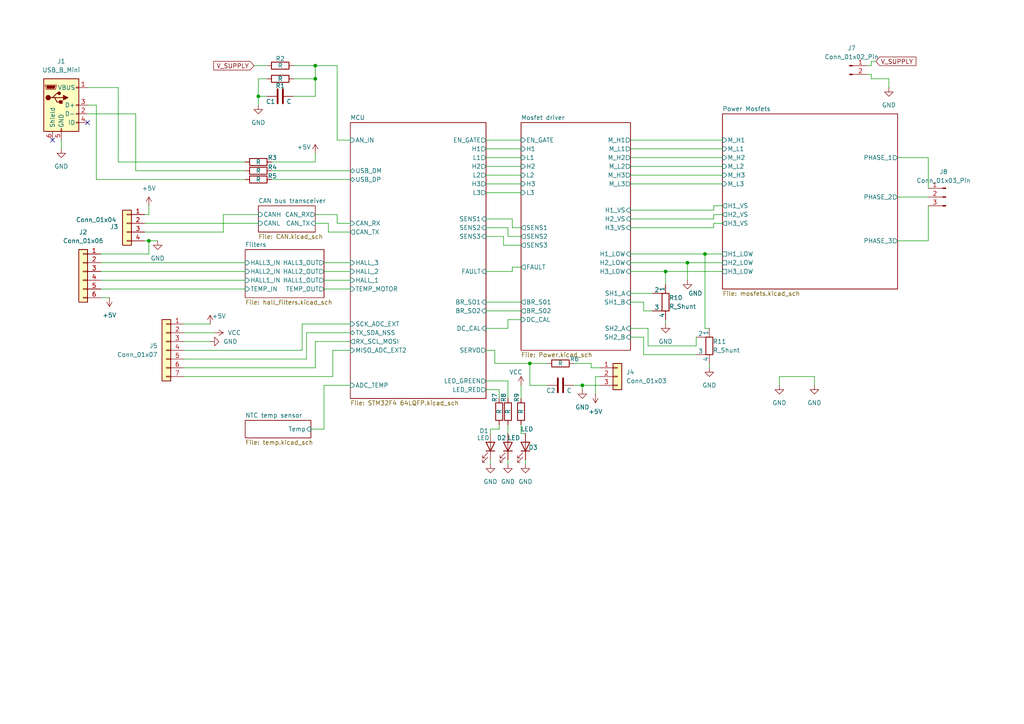
<source format=kicad_sch>
(kicad_sch
	(version 20250114)
	(generator "eeschema")
	(generator_version "9.0")
	(uuid "281019b9-751d-4fe8-b09d-377ab91b1fff")
	(paper "A4")
	(title_block
		(date "2025-06-20")
	)
	(lib_symbols
		(symbol "Connector:Conn_01x02_Pin"
			(pin_names
				(offset 1.016)
				(hide yes)
			)
			(exclude_from_sim no)
			(in_bom yes)
			(on_board yes)
			(property "Reference" "J"
				(at 0 2.54 0)
				(effects
					(font
						(size 1.27 1.27)
					)
				)
			)
			(property "Value" "Conn_01x02_Pin"
				(at 0 -5.08 0)
				(effects
					(font
						(size 1.27 1.27)
					)
				)
			)
			(property "Footprint" ""
				(at 0 0 0)
				(effects
					(font
						(size 1.27 1.27)
					)
					(hide yes)
				)
			)
			(property "Datasheet" "~"
				(at 0 0 0)
				(effects
					(font
						(size 1.27 1.27)
					)
					(hide yes)
				)
			)
			(property "Description" "Generic connector, single row, 01x02, script generated"
				(at 0 0 0)
				(effects
					(font
						(size 1.27 1.27)
					)
					(hide yes)
				)
			)
			(property "ki_locked" ""
				(at 0 0 0)
				(effects
					(font
						(size 1.27 1.27)
					)
				)
			)
			(property "ki_keywords" "connector"
				(at 0 0 0)
				(effects
					(font
						(size 1.27 1.27)
					)
					(hide yes)
				)
			)
			(property "ki_fp_filters" "Connector*:*_1x??_*"
				(at 0 0 0)
				(effects
					(font
						(size 1.27 1.27)
					)
					(hide yes)
				)
			)
			(symbol "Conn_01x02_Pin_1_1"
				(rectangle
					(start 0.8636 0.127)
					(end 0 -0.127)
					(stroke
						(width 0.1524)
						(type default)
					)
					(fill
						(type outline)
					)
				)
				(rectangle
					(start 0.8636 -2.413)
					(end 0 -2.667)
					(stroke
						(width 0.1524)
						(type default)
					)
					(fill
						(type outline)
					)
				)
				(polyline
					(pts
						(xy 1.27 0) (xy 0.8636 0)
					)
					(stroke
						(width 0.1524)
						(type default)
					)
					(fill
						(type none)
					)
				)
				(polyline
					(pts
						(xy 1.27 -2.54) (xy 0.8636 -2.54)
					)
					(stroke
						(width 0.1524)
						(type default)
					)
					(fill
						(type none)
					)
				)
				(pin passive line
					(at 5.08 0 180)
					(length 3.81)
					(name "Pin_1"
						(effects
							(font
								(size 1.27 1.27)
							)
						)
					)
					(number "1"
						(effects
							(font
								(size 1.27 1.27)
							)
						)
					)
				)
				(pin passive line
					(at 5.08 -2.54 180)
					(length 3.81)
					(name "Pin_2"
						(effects
							(font
								(size 1.27 1.27)
							)
						)
					)
					(number "2"
						(effects
							(font
								(size 1.27 1.27)
							)
						)
					)
				)
			)
			(embedded_fonts no)
		)
		(symbol "Connector:Conn_01x03_Pin"
			(pin_names
				(offset 1.016)
				(hide yes)
			)
			(exclude_from_sim no)
			(in_bom yes)
			(on_board yes)
			(property "Reference" "J"
				(at 0 5.08 0)
				(effects
					(font
						(size 1.27 1.27)
					)
				)
			)
			(property "Value" "Conn_01x03_Pin"
				(at 0 -5.08 0)
				(effects
					(font
						(size 1.27 1.27)
					)
				)
			)
			(property "Footprint" ""
				(at 0 0 0)
				(effects
					(font
						(size 1.27 1.27)
					)
					(hide yes)
				)
			)
			(property "Datasheet" "~"
				(at 0 0 0)
				(effects
					(font
						(size 1.27 1.27)
					)
					(hide yes)
				)
			)
			(property "Description" "Generic connector, single row, 01x03, script generated"
				(at 0 0 0)
				(effects
					(font
						(size 1.27 1.27)
					)
					(hide yes)
				)
			)
			(property "ki_locked" ""
				(at 0 0 0)
				(effects
					(font
						(size 1.27 1.27)
					)
				)
			)
			(property "ki_keywords" "connector"
				(at 0 0 0)
				(effects
					(font
						(size 1.27 1.27)
					)
					(hide yes)
				)
			)
			(property "ki_fp_filters" "Connector*:*_1x??_*"
				(at 0 0 0)
				(effects
					(font
						(size 1.27 1.27)
					)
					(hide yes)
				)
			)
			(symbol "Conn_01x03_Pin_1_1"
				(rectangle
					(start 0.8636 2.667)
					(end 0 2.413)
					(stroke
						(width 0.1524)
						(type default)
					)
					(fill
						(type outline)
					)
				)
				(rectangle
					(start 0.8636 0.127)
					(end 0 -0.127)
					(stroke
						(width 0.1524)
						(type default)
					)
					(fill
						(type outline)
					)
				)
				(rectangle
					(start 0.8636 -2.413)
					(end 0 -2.667)
					(stroke
						(width 0.1524)
						(type default)
					)
					(fill
						(type outline)
					)
				)
				(polyline
					(pts
						(xy 1.27 2.54) (xy 0.8636 2.54)
					)
					(stroke
						(width 0.1524)
						(type default)
					)
					(fill
						(type none)
					)
				)
				(polyline
					(pts
						(xy 1.27 0) (xy 0.8636 0)
					)
					(stroke
						(width 0.1524)
						(type default)
					)
					(fill
						(type none)
					)
				)
				(polyline
					(pts
						(xy 1.27 -2.54) (xy 0.8636 -2.54)
					)
					(stroke
						(width 0.1524)
						(type default)
					)
					(fill
						(type none)
					)
				)
				(pin passive line
					(at 5.08 2.54 180)
					(length 3.81)
					(name "Pin_1"
						(effects
							(font
								(size 1.27 1.27)
							)
						)
					)
					(number "1"
						(effects
							(font
								(size 1.27 1.27)
							)
						)
					)
				)
				(pin passive line
					(at 5.08 0 180)
					(length 3.81)
					(name "Pin_2"
						(effects
							(font
								(size 1.27 1.27)
							)
						)
					)
					(number "2"
						(effects
							(font
								(size 1.27 1.27)
							)
						)
					)
				)
				(pin passive line
					(at 5.08 -2.54 180)
					(length 3.81)
					(name "Pin_3"
						(effects
							(font
								(size 1.27 1.27)
							)
						)
					)
					(number "3"
						(effects
							(font
								(size 1.27 1.27)
							)
						)
					)
				)
			)
			(embedded_fonts no)
		)
		(symbol "Connector:USB_B_Mini"
			(pin_names
				(offset 1.016)
			)
			(exclude_from_sim no)
			(in_bom yes)
			(on_board yes)
			(property "Reference" "J"
				(at -5.08 11.43 0)
				(effects
					(font
						(size 1.27 1.27)
					)
					(justify left)
				)
			)
			(property "Value" "USB_B_Mini"
				(at -5.08 8.89 0)
				(effects
					(font
						(size 1.27 1.27)
					)
					(justify left)
				)
			)
			(property "Footprint" ""
				(at 3.81 -1.27 0)
				(effects
					(font
						(size 1.27 1.27)
					)
					(hide yes)
				)
			)
			(property "Datasheet" "~"
				(at 3.81 -1.27 0)
				(effects
					(font
						(size 1.27 1.27)
					)
					(hide yes)
				)
			)
			(property "Description" "USB Mini Type B connector"
				(at 0 0 0)
				(effects
					(font
						(size 1.27 1.27)
					)
					(hide yes)
				)
			)
			(property "ki_keywords" "connector USB mini"
				(at 0 0 0)
				(effects
					(font
						(size 1.27 1.27)
					)
					(hide yes)
				)
			)
			(property "ki_fp_filters" "USB*"
				(at 0 0 0)
				(effects
					(font
						(size 1.27 1.27)
					)
					(hide yes)
				)
			)
			(symbol "USB_B_Mini_0_1"
				(rectangle
					(start -5.08 -7.62)
					(end 5.08 7.62)
					(stroke
						(width 0.254)
						(type default)
					)
					(fill
						(type background)
					)
				)
				(polyline
					(pts
						(xy -4.699 5.842) (xy -4.699 5.588) (xy -4.445 4.826) (xy -4.445 4.572) (xy -1.651 4.572) (xy -1.651 4.826)
						(xy -1.397 5.588) (xy -1.397 5.842) (xy -4.699 5.842)
					)
					(stroke
						(width 0)
						(type default)
					)
					(fill
						(type none)
					)
				)
				(polyline
					(pts
						(xy -4.318 5.588) (xy -1.778 5.588) (xy -2.032 4.826) (xy -4.064 4.826) (xy -4.318 5.588)
					)
					(stroke
						(width 0)
						(type default)
					)
					(fill
						(type outline)
					)
				)
				(circle
					(center -3.81 2.159)
					(radius 0.635)
					(stroke
						(width 0.254)
						(type default)
					)
					(fill
						(type outline)
					)
				)
				(polyline
					(pts
						(xy -3.175 2.159) (xy -2.54 2.159) (xy -1.27 3.429) (xy -0.635 3.429)
					)
					(stroke
						(width 0.254)
						(type default)
					)
					(fill
						(type none)
					)
				)
				(polyline
					(pts
						(xy -2.54 2.159) (xy -1.905 2.159) (xy -1.27 0.889) (xy 0 0.889)
					)
					(stroke
						(width 0.254)
						(type default)
					)
					(fill
						(type none)
					)
				)
				(polyline
					(pts
						(xy -1.905 2.159) (xy 0.635 2.159)
					)
					(stroke
						(width 0.254)
						(type default)
					)
					(fill
						(type none)
					)
				)
				(circle
					(center -0.635 3.429)
					(radius 0.381)
					(stroke
						(width 0.254)
						(type default)
					)
					(fill
						(type outline)
					)
				)
				(rectangle
					(start -0.127 -7.62)
					(end 0.127 -6.858)
					(stroke
						(width 0)
						(type default)
					)
					(fill
						(type none)
					)
				)
				(rectangle
					(start 0.254 1.27)
					(end -0.508 0.508)
					(stroke
						(width 0.254)
						(type default)
					)
					(fill
						(type outline)
					)
				)
				(polyline
					(pts
						(xy 0.635 2.794) (xy 0.635 1.524) (xy 1.905 2.159) (xy 0.635 2.794)
					)
					(stroke
						(width 0.254)
						(type default)
					)
					(fill
						(type outline)
					)
				)
				(rectangle
					(start 5.08 4.953)
					(end 4.318 5.207)
					(stroke
						(width 0)
						(type default)
					)
					(fill
						(type none)
					)
				)
				(rectangle
					(start 5.08 -0.127)
					(end 4.318 0.127)
					(stroke
						(width 0)
						(type default)
					)
					(fill
						(type none)
					)
				)
				(rectangle
					(start 5.08 -2.667)
					(end 4.318 -2.413)
					(stroke
						(width 0)
						(type default)
					)
					(fill
						(type none)
					)
				)
				(rectangle
					(start 5.08 -5.207)
					(end 4.318 -4.953)
					(stroke
						(width 0)
						(type default)
					)
					(fill
						(type none)
					)
				)
			)
			(symbol "USB_B_Mini_1_1"
				(pin passive line
					(at -2.54 -10.16 90)
					(length 2.54)
					(name "Shield"
						(effects
							(font
								(size 1.27 1.27)
							)
						)
					)
					(number "6"
						(effects
							(font
								(size 1.27 1.27)
							)
						)
					)
				)
				(pin power_out line
					(at 0 -10.16 90)
					(length 2.54)
					(name "GND"
						(effects
							(font
								(size 1.27 1.27)
							)
						)
					)
					(number "5"
						(effects
							(font
								(size 1.27 1.27)
							)
						)
					)
				)
				(pin power_out line
					(at 7.62 5.08 180)
					(length 2.54)
					(name "VBUS"
						(effects
							(font
								(size 1.27 1.27)
							)
						)
					)
					(number "1"
						(effects
							(font
								(size 1.27 1.27)
							)
						)
					)
				)
				(pin bidirectional line
					(at 7.62 0 180)
					(length 2.54)
					(name "D+"
						(effects
							(font
								(size 1.27 1.27)
							)
						)
					)
					(number "3"
						(effects
							(font
								(size 1.27 1.27)
							)
						)
					)
				)
				(pin bidirectional line
					(at 7.62 -2.54 180)
					(length 2.54)
					(name "D-"
						(effects
							(font
								(size 1.27 1.27)
							)
						)
					)
					(number "2"
						(effects
							(font
								(size 1.27 1.27)
							)
						)
					)
				)
				(pin passive line
					(at 7.62 -5.08 180)
					(length 2.54)
					(name "ID"
						(effects
							(font
								(size 1.27 1.27)
							)
						)
					)
					(number "4"
						(effects
							(font
								(size 1.27 1.27)
							)
						)
					)
				)
			)
			(embedded_fonts no)
		)
		(symbol "Connector_Generic:Conn_01x03"
			(pin_names
				(offset 1.016)
				(hide yes)
			)
			(exclude_from_sim no)
			(in_bom yes)
			(on_board yes)
			(property "Reference" "J"
				(at 0 5.08 0)
				(effects
					(font
						(size 1.27 1.27)
					)
				)
			)
			(property "Value" "Conn_01x03"
				(at 0 -5.08 0)
				(effects
					(font
						(size 1.27 1.27)
					)
				)
			)
			(property "Footprint" ""
				(at 0 0 0)
				(effects
					(font
						(size 1.27 1.27)
					)
					(hide yes)
				)
			)
			(property "Datasheet" "~"
				(at 0 0 0)
				(effects
					(font
						(size 1.27 1.27)
					)
					(hide yes)
				)
			)
			(property "Description" "Generic connector, single row, 01x03, script generated (kicad-library-utils/schlib/autogen/connector/)"
				(at 0 0 0)
				(effects
					(font
						(size 1.27 1.27)
					)
					(hide yes)
				)
			)
			(property "ki_keywords" "connector"
				(at 0 0 0)
				(effects
					(font
						(size 1.27 1.27)
					)
					(hide yes)
				)
			)
			(property "ki_fp_filters" "Connector*:*_1x??_*"
				(at 0 0 0)
				(effects
					(font
						(size 1.27 1.27)
					)
					(hide yes)
				)
			)
			(symbol "Conn_01x03_1_1"
				(rectangle
					(start -1.27 3.81)
					(end 1.27 -3.81)
					(stroke
						(width 0.254)
						(type default)
					)
					(fill
						(type background)
					)
				)
				(rectangle
					(start -1.27 2.667)
					(end 0 2.413)
					(stroke
						(width 0.1524)
						(type default)
					)
					(fill
						(type none)
					)
				)
				(rectangle
					(start -1.27 0.127)
					(end 0 -0.127)
					(stroke
						(width 0.1524)
						(type default)
					)
					(fill
						(type none)
					)
				)
				(rectangle
					(start -1.27 -2.413)
					(end 0 -2.667)
					(stroke
						(width 0.1524)
						(type default)
					)
					(fill
						(type none)
					)
				)
				(pin passive line
					(at -5.08 2.54 0)
					(length 3.81)
					(name "Pin_1"
						(effects
							(font
								(size 1.27 1.27)
							)
						)
					)
					(number "1"
						(effects
							(font
								(size 1.27 1.27)
							)
						)
					)
				)
				(pin passive line
					(at -5.08 0 0)
					(length 3.81)
					(name "Pin_2"
						(effects
							(font
								(size 1.27 1.27)
							)
						)
					)
					(number "2"
						(effects
							(font
								(size 1.27 1.27)
							)
						)
					)
				)
				(pin passive line
					(at -5.08 -2.54 0)
					(length 3.81)
					(name "Pin_3"
						(effects
							(font
								(size 1.27 1.27)
							)
						)
					)
					(number "3"
						(effects
							(font
								(size 1.27 1.27)
							)
						)
					)
				)
			)
			(embedded_fonts no)
		)
		(symbol "Connector_Generic:Conn_01x04"
			(pin_names
				(offset 1.016)
				(hide yes)
			)
			(exclude_from_sim no)
			(in_bom yes)
			(on_board yes)
			(property "Reference" "J"
				(at 0 5.08 0)
				(effects
					(font
						(size 1.27 1.27)
					)
				)
			)
			(property "Value" "Conn_01x04"
				(at 0 -7.62 0)
				(effects
					(font
						(size 1.27 1.27)
					)
				)
			)
			(property "Footprint" ""
				(at 0 0 0)
				(effects
					(font
						(size 1.27 1.27)
					)
					(hide yes)
				)
			)
			(property "Datasheet" "~"
				(at 0 0 0)
				(effects
					(font
						(size 1.27 1.27)
					)
					(hide yes)
				)
			)
			(property "Description" "Generic connector, single row, 01x04, script generated (kicad-library-utils/schlib/autogen/connector/)"
				(at 0 0 0)
				(effects
					(font
						(size 1.27 1.27)
					)
					(hide yes)
				)
			)
			(property "ki_keywords" "connector"
				(at 0 0 0)
				(effects
					(font
						(size 1.27 1.27)
					)
					(hide yes)
				)
			)
			(property "ki_fp_filters" "Connector*:*_1x??_*"
				(at 0 0 0)
				(effects
					(font
						(size 1.27 1.27)
					)
					(hide yes)
				)
			)
			(symbol "Conn_01x04_1_1"
				(rectangle
					(start -1.27 3.81)
					(end 1.27 -6.35)
					(stroke
						(width 0.254)
						(type default)
					)
					(fill
						(type background)
					)
				)
				(rectangle
					(start -1.27 2.667)
					(end 0 2.413)
					(stroke
						(width 0.1524)
						(type default)
					)
					(fill
						(type none)
					)
				)
				(rectangle
					(start -1.27 0.127)
					(end 0 -0.127)
					(stroke
						(width 0.1524)
						(type default)
					)
					(fill
						(type none)
					)
				)
				(rectangle
					(start -1.27 -2.413)
					(end 0 -2.667)
					(stroke
						(width 0.1524)
						(type default)
					)
					(fill
						(type none)
					)
				)
				(rectangle
					(start -1.27 -4.953)
					(end 0 -5.207)
					(stroke
						(width 0.1524)
						(type default)
					)
					(fill
						(type none)
					)
				)
				(pin passive line
					(at -5.08 2.54 0)
					(length 3.81)
					(name "Pin_1"
						(effects
							(font
								(size 1.27 1.27)
							)
						)
					)
					(number "1"
						(effects
							(font
								(size 1.27 1.27)
							)
						)
					)
				)
				(pin passive line
					(at -5.08 0 0)
					(length 3.81)
					(name "Pin_2"
						(effects
							(font
								(size 1.27 1.27)
							)
						)
					)
					(number "2"
						(effects
							(font
								(size 1.27 1.27)
							)
						)
					)
				)
				(pin passive line
					(at -5.08 -2.54 0)
					(length 3.81)
					(name "Pin_3"
						(effects
							(font
								(size 1.27 1.27)
							)
						)
					)
					(number "3"
						(effects
							(font
								(size 1.27 1.27)
							)
						)
					)
				)
				(pin passive line
					(at -5.08 -5.08 0)
					(length 3.81)
					(name "Pin_4"
						(effects
							(font
								(size 1.27 1.27)
							)
						)
					)
					(number "4"
						(effects
							(font
								(size 1.27 1.27)
							)
						)
					)
				)
			)
			(embedded_fonts no)
		)
		(symbol "Connector_Generic:Conn_01x06"
			(pin_names
				(offset 1.016)
				(hide yes)
			)
			(exclude_from_sim no)
			(in_bom yes)
			(on_board yes)
			(property "Reference" "J"
				(at 0 7.62 0)
				(effects
					(font
						(size 1.27 1.27)
					)
				)
			)
			(property "Value" "Conn_01x06"
				(at 0 -10.16 0)
				(effects
					(font
						(size 1.27 1.27)
					)
				)
			)
			(property "Footprint" ""
				(at 0 0 0)
				(effects
					(font
						(size 1.27 1.27)
					)
					(hide yes)
				)
			)
			(property "Datasheet" "~"
				(at 0 0 0)
				(effects
					(font
						(size 1.27 1.27)
					)
					(hide yes)
				)
			)
			(property "Description" "Generic connector, single row, 01x06, script generated (kicad-library-utils/schlib/autogen/connector/)"
				(at 0 0 0)
				(effects
					(font
						(size 1.27 1.27)
					)
					(hide yes)
				)
			)
			(property "ki_keywords" "connector"
				(at 0 0 0)
				(effects
					(font
						(size 1.27 1.27)
					)
					(hide yes)
				)
			)
			(property "ki_fp_filters" "Connector*:*_1x??_*"
				(at 0 0 0)
				(effects
					(font
						(size 1.27 1.27)
					)
					(hide yes)
				)
			)
			(symbol "Conn_01x06_1_1"
				(rectangle
					(start -1.27 6.35)
					(end 1.27 -8.89)
					(stroke
						(width 0.254)
						(type default)
					)
					(fill
						(type background)
					)
				)
				(rectangle
					(start -1.27 5.207)
					(end 0 4.953)
					(stroke
						(width 0.1524)
						(type default)
					)
					(fill
						(type none)
					)
				)
				(rectangle
					(start -1.27 2.667)
					(end 0 2.413)
					(stroke
						(width 0.1524)
						(type default)
					)
					(fill
						(type none)
					)
				)
				(rectangle
					(start -1.27 0.127)
					(end 0 -0.127)
					(stroke
						(width 0.1524)
						(type default)
					)
					(fill
						(type none)
					)
				)
				(rectangle
					(start -1.27 -2.413)
					(end 0 -2.667)
					(stroke
						(width 0.1524)
						(type default)
					)
					(fill
						(type none)
					)
				)
				(rectangle
					(start -1.27 -4.953)
					(end 0 -5.207)
					(stroke
						(width 0.1524)
						(type default)
					)
					(fill
						(type none)
					)
				)
				(rectangle
					(start -1.27 -7.493)
					(end 0 -7.747)
					(stroke
						(width 0.1524)
						(type default)
					)
					(fill
						(type none)
					)
				)
				(pin passive line
					(at -5.08 5.08 0)
					(length 3.81)
					(name "Pin_1"
						(effects
							(font
								(size 1.27 1.27)
							)
						)
					)
					(number "1"
						(effects
							(font
								(size 1.27 1.27)
							)
						)
					)
				)
				(pin passive line
					(at -5.08 2.54 0)
					(length 3.81)
					(name "Pin_2"
						(effects
							(font
								(size 1.27 1.27)
							)
						)
					)
					(number "2"
						(effects
							(font
								(size 1.27 1.27)
							)
						)
					)
				)
				(pin passive line
					(at -5.08 0 0)
					(length 3.81)
					(name "Pin_3"
						(effects
							(font
								(size 1.27 1.27)
							)
						)
					)
					(number "3"
						(effects
							(font
								(size 1.27 1.27)
							)
						)
					)
				)
				(pin passive line
					(at -5.08 -2.54 0)
					(length 3.81)
					(name "Pin_4"
						(effects
							(font
								(size 1.27 1.27)
							)
						)
					)
					(number "4"
						(effects
							(font
								(size 1.27 1.27)
							)
						)
					)
				)
				(pin passive line
					(at -5.08 -5.08 0)
					(length 3.81)
					(name "Pin_5"
						(effects
							(font
								(size 1.27 1.27)
							)
						)
					)
					(number "5"
						(effects
							(font
								(size 1.27 1.27)
							)
						)
					)
				)
				(pin passive line
					(at -5.08 -7.62 0)
					(length 3.81)
					(name "Pin_6"
						(effects
							(font
								(size 1.27 1.27)
							)
						)
					)
					(number "6"
						(effects
							(font
								(size 1.27 1.27)
							)
						)
					)
				)
			)
			(embedded_fonts no)
		)
		(symbol "Connector_Generic:Conn_01x07"
			(pin_names
				(offset 1.016)
				(hide yes)
			)
			(exclude_from_sim no)
			(in_bom yes)
			(on_board yes)
			(property "Reference" "J"
				(at 0 10.16 0)
				(effects
					(font
						(size 1.27 1.27)
					)
				)
			)
			(property "Value" "Conn_01x07"
				(at 0 -10.16 0)
				(effects
					(font
						(size 1.27 1.27)
					)
				)
			)
			(property "Footprint" ""
				(at 0 0 0)
				(effects
					(font
						(size 1.27 1.27)
					)
					(hide yes)
				)
			)
			(property "Datasheet" "~"
				(at 0 0 0)
				(effects
					(font
						(size 1.27 1.27)
					)
					(hide yes)
				)
			)
			(property "Description" "Generic connector, single row, 01x07, script generated (kicad-library-utils/schlib/autogen/connector/)"
				(at 0 0 0)
				(effects
					(font
						(size 1.27 1.27)
					)
					(hide yes)
				)
			)
			(property "ki_keywords" "connector"
				(at 0 0 0)
				(effects
					(font
						(size 1.27 1.27)
					)
					(hide yes)
				)
			)
			(property "ki_fp_filters" "Connector*:*_1x??_*"
				(at 0 0 0)
				(effects
					(font
						(size 1.27 1.27)
					)
					(hide yes)
				)
			)
			(symbol "Conn_01x07_1_1"
				(rectangle
					(start -1.27 8.89)
					(end 1.27 -8.89)
					(stroke
						(width 0.254)
						(type default)
					)
					(fill
						(type background)
					)
				)
				(rectangle
					(start -1.27 7.747)
					(end 0 7.493)
					(stroke
						(width 0.1524)
						(type default)
					)
					(fill
						(type none)
					)
				)
				(rectangle
					(start -1.27 5.207)
					(end 0 4.953)
					(stroke
						(width 0.1524)
						(type default)
					)
					(fill
						(type none)
					)
				)
				(rectangle
					(start -1.27 2.667)
					(end 0 2.413)
					(stroke
						(width 0.1524)
						(type default)
					)
					(fill
						(type none)
					)
				)
				(rectangle
					(start -1.27 0.127)
					(end 0 -0.127)
					(stroke
						(width 0.1524)
						(type default)
					)
					(fill
						(type none)
					)
				)
				(rectangle
					(start -1.27 -2.413)
					(end 0 -2.667)
					(stroke
						(width 0.1524)
						(type default)
					)
					(fill
						(type none)
					)
				)
				(rectangle
					(start -1.27 -4.953)
					(end 0 -5.207)
					(stroke
						(width 0.1524)
						(type default)
					)
					(fill
						(type none)
					)
				)
				(rectangle
					(start -1.27 -7.493)
					(end 0 -7.747)
					(stroke
						(width 0.1524)
						(type default)
					)
					(fill
						(type none)
					)
				)
				(pin passive line
					(at -5.08 7.62 0)
					(length 3.81)
					(name "Pin_1"
						(effects
							(font
								(size 1.27 1.27)
							)
						)
					)
					(number "1"
						(effects
							(font
								(size 1.27 1.27)
							)
						)
					)
				)
				(pin passive line
					(at -5.08 5.08 0)
					(length 3.81)
					(name "Pin_2"
						(effects
							(font
								(size 1.27 1.27)
							)
						)
					)
					(number "2"
						(effects
							(font
								(size 1.27 1.27)
							)
						)
					)
				)
				(pin passive line
					(at -5.08 2.54 0)
					(length 3.81)
					(name "Pin_3"
						(effects
							(font
								(size 1.27 1.27)
							)
						)
					)
					(number "3"
						(effects
							(font
								(size 1.27 1.27)
							)
						)
					)
				)
				(pin passive line
					(at -5.08 0 0)
					(length 3.81)
					(name "Pin_4"
						(effects
							(font
								(size 1.27 1.27)
							)
						)
					)
					(number "4"
						(effects
							(font
								(size 1.27 1.27)
							)
						)
					)
				)
				(pin passive line
					(at -5.08 -2.54 0)
					(length 3.81)
					(name "Pin_5"
						(effects
							(font
								(size 1.27 1.27)
							)
						)
					)
					(number "5"
						(effects
							(font
								(size 1.27 1.27)
							)
						)
					)
				)
				(pin passive line
					(at -5.08 -5.08 0)
					(length 3.81)
					(name "Pin_6"
						(effects
							(font
								(size 1.27 1.27)
							)
						)
					)
					(number "6"
						(effects
							(font
								(size 1.27 1.27)
							)
						)
					)
				)
				(pin passive line
					(at -5.08 -7.62 0)
					(length 3.81)
					(name "Pin_7"
						(effects
							(font
								(size 1.27 1.27)
							)
						)
					)
					(number "7"
						(effects
							(font
								(size 1.27 1.27)
							)
						)
					)
				)
			)
			(embedded_fonts no)
		)
		(symbol "Device:C"
			(pin_numbers
				(hide yes)
			)
			(pin_names
				(offset 0.254)
			)
			(exclude_from_sim no)
			(in_bom yes)
			(on_board yes)
			(property "Reference" "C"
				(at 0.635 2.54 0)
				(effects
					(font
						(size 1.27 1.27)
					)
					(justify left)
				)
			)
			(property "Value" "C"
				(at 0.635 -2.54 0)
				(effects
					(font
						(size 1.27 1.27)
					)
					(justify left)
				)
			)
			(property "Footprint" ""
				(at 0.9652 -3.81 0)
				(effects
					(font
						(size 1.27 1.27)
					)
					(hide yes)
				)
			)
			(property "Datasheet" "~"
				(at 0 0 0)
				(effects
					(font
						(size 1.27 1.27)
					)
					(hide yes)
				)
			)
			(property "Description" "Unpolarized capacitor"
				(at 0 0 0)
				(effects
					(font
						(size 1.27 1.27)
					)
					(hide yes)
				)
			)
			(property "ki_keywords" "cap capacitor"
				(at 0 0 0)
				(effects
					(font
						(size 1.27 1.27)
					)
					(hide yes)
				)
			)
			(property "ki_fp_filters" "C_*"
				(at 0 0 0)
				(effects
					(font
						(size 1.27 1.27)
					)
					(hide yes)
				)
			)
			(symbol "C_0_1"
				(polyline
					(pts
						(xy -2.032 0.762) (xy 2.032 0.762)
					)
					(stroke
						(width 0.508)
						(type default)
					)
					(fill
						(type none)
					)
				)
				(polyline
					(pts
						(xy -2.032 -0.762) (xy 2.032 -0.762)
					)
					(stroke
						(width 0.508)
						(type default)
					)
					(fill
						(type none)
					)
				)
			)
			(symbol "C_1_1"
				(pin passive line
					(at 0 3.81 270)
					(length 2.794)
					(name "~"
						(effects
							(font
								(size 1.27 1.27)
							)
						)
					)
					(number "1"
						(effects
							(font
								(size 1.27 1.27)
							)
						)
					)
				)
				(pin passive line
					(at 0 -3.81 90)
					(length 2.794)
					(name "~"
						(effects
							(font
								(size 1.27 1.27)
							)
						)
					)
					(number "2"
						(effects
							(font
								(size 1.27 1.27)
							)
						)
					)
				)
			)
			(embedded_fonts no)
		)
		(symbol "Device:LED"
			(pin_numbers
				(hide yes)
			)
			(pin_names
				(offset 1.016)
				(hide yes)
			)
			(exclude_from_sim no)
			(in_bom yes)
			(on_board yes)
			(property "Reference" "D"
				(at 0 2.54 0)
				(effects
					(font
						(size 1.27 1.27)
					)
				)
			)
			(property "Value" "LED"
				(at 0 -2.54 0)
				(effects
					(font
						(size 1.27 1.27)
					)
				)
			)
			(property "Footprint" ""
				(at 0 0 0)
				(effects
					(font
						(size 1.27 1.27)
					)
					(hide yes)
				)
			)
			(property "Datasheet" "~"
				(at 0 0 0)
				(effects
					(font
						(size 1.27 1.27)
					)
					(hide yes)
				)
			)
			(property "Description" "Light emitting diode"
				(at 0 0 0)
				(effects
					(font
						(size 1.27 1.27)
					)
					(hide yes)
				)
			)
			(property "Sim.Pins" "1=K 2=A"
				(at 0 0 0)
				(effects
					(font
						(size 1.27 1.27)
					)
					(hide yes)
				)
			)
			(property "ki_keywords" "LED diode"
				(at 0 0 0)
				(effects
					(font
						(size 1.27 1.27)
					)
					(hide yes)
				)
			)
			(property "ki_fp_filters" "LED* LED_SMD:* LED_THT:*"
				(at 0 0 0)
				(effects
					(font
						(size 1.27 1.27)
					)
					(hide yes)
				)
			)
			(symbol "LED_0_1"
				(polyline
					(pts
						(xy -3.048 -0.762) (xy -4.572 -2.286) (xy -3.81 -2.286) (xy -4.572 -2.286) (xy -4.572 -1.524)
					)
					(stroke
						(width 0)
						(type default)
					)
					(fill
						(type none)
					)
				)
				(polyline
					(pts
						(xy -1.778 -0.762) (xy -3.302 -2.286) (xy -2.54 -2.286) (xy -3.302 -2.286) (xy -3.302 -1.524)
					)
					(stroke
						(width 0)
						(type default)
					)
					(fill
						(type none)
					)
				)
				(polyline
					(pts
						(xy -1.27 0) (xy 1.27 0)
					)
					(stroke
						(width 0)
						(type default)
					)
					(fill
						(type none)
					)
				)
				(polyline
					(pts
						(xy -1.27 -1.27) (xy -1.27 1.27)
					)
					(stroke
						(width 0.254)
						(type default)
					)
					(fill
						(type none)
					)
				)
				(polyline
					(pts
						(xy 1.27 -1.27) (xy 1.27 1.27) (xy -1.27 0) (xy 1.27 -1.27)
					)
					(stroke
						(width 0.254)
						(type default)
					)
					(fill
						(type none)
					)
				)
			)
			(symbol "LED_1_1"
				(pin passive line
					(at -3.81 0 0)
					(length 2.54)
					(name "K"
						(effects
							(font
								(size 1.27 1.27)
							)
						)
					)
					(number "1"
						(effects
							(font
								(size 1.27 1.27)
							)
						)
					)
				)
				(pin passive line
					(at 3.81 0 180)
					(length 2.54)
					(name "A"
						(effects
							(font
								(size 1.27 1.27)
							)
						)
					)
					(number "2"
						(effects
							(font
								(size 1.27 1.27)
							)
						)
					)
				)
			)
			(embedded_fonts no)
		)
		(symbol "Device:R"
			(pin_numbers
				(hide yes)
			)
			(pin_names
				(offset 0)
			)
			(exclude_from_sim no)
			(in_bom yes)
			(on_board yes)
			(property "Reference" "R"
				(at 2.032 0 90)
				(effects
					(font
						(size 1.27 1.27)
					)
				)
			)
			(property "Value" "R"
				(at 0 0 90)
				(effects
					(font
						(size 1.27 1.27)
					)
				)
			)
			(property "Footprint" ""
				(at -1.778 0 90)
				(effects
					(font
						(size 1.27 1.27)
					)
					(hide yes)
				)
			)
			(property "Datasheet" "~"
				(at 0 0 0)
				(effects
					(font
						(size 1.27 1.27)
					)
					(hide yes)
				)
			)
			(property "Description" "Resistor"
				(at 0 0 0)
				(effects
					(font
						(size 1.27 1.27)
					)
					(hide yes)
				)
			)
			(property "ki_keywords" "R res resistor"
				(at 0 0 0)
				(effects
					(font
						(size 1.27 1.27)
					)
					(hide yes)
				)
			)
			(property "ki_fp_filters" "R_*"
				(at 0 0 0)
				(effects
					(font
						(size 1.27 1.27)
					)
					(hide yes)
				)
			)
			(symbol "R_0_1"
				(rectangle
					(start -1.016 -2.54)
					(end 1.016 2.54)
					(stroke
						(width 0.254)
						(type default)
					)
					(fill
						(type none)
					)
				)
			)
			(symbol "R_1_1"
				(pin passive line
					(at 0 3.81 270)
					(length 1.27)
					(name "~"
						(effects
							(font
								(size 1.27 1.27)
							)
						)
					)
					(number "1"
						(effects
							(font
								(size 1.27 1.27)
							)
						)
					)
				)
				(pin passive line
					(at 0 -3.81 90)
					(length 1.27)
					(name "~"
						(effects
							(font
								(size 1.27 1.27)
							)
						)
					)
					(number "2"
						(effects
							(font
								(size 1.27 1.27)
							)
						)
					)
				)
			)
			(embedded_fonts no)
		)
		(symbol "Device:R_Shunt"
			(pin_numbers
				(hide yes)
			)
			(pin_names
				(offset 0)
			)
			(exclude_from_sim no)
			(in_bom yes)
			(on_board yes)
			(property "Reference" "R"
				(at -4.445 0 90)
				(effects
					(font
						(size 1.27 1.27)
					)
				)
			)
			(property "Value" "R_Shunt"
				(at -2.54 0 90)
				(effects
					(font
						(size 1.27 1.27)
					)
				)
			)
			(property "Footprint" ""
				(at -1.778 0 90)
				(effects
					(font
						(size 1.27 1.27)
					)
					(hide yes)
				)
			)
			(property "Datasheet" "~"
				(at 0 0 0)
				(effects
					(font
						(size 1.27 1.27)
					)
					(hide yes)
				)
			)
			(property "Description" "Shunt resistor"
				(at 0 0 0)
				(effects
					(font
						(size 1.27 1.27)
					)
					(hide yes)
				)
			)
			(property "ki_keywords" "R res shunt resistor"
				(at 0 0 0)
				(effects
					(font
						(size 1.27 1.27)
					)
					(hide yes)
				)
			)
			(property "ki_fp_filters" "R_*Shunt*"
				(at 0 0 0)
				(effects
					(font
						(size 1.27 1.27)
					)
					(hide yes)
				)
			)
			(symbol "R_Shunt_0_1"
				(rectangle
					(start -1.016 -2.54)
					(end 1.016 2.54)
					(stroke
						(width 0.254)
						(type default)
					)
					(fill
						(type none)
					)
				)
				(polyline
					(pts
						(xy 0 -2.54) (xy 1.27 -2.54)
					)
					(stroke
						(width 0)
						(type default)
					)
					(fill
						(type none)
					)
				)
				(polyline
					(pts
						(xy 1.27 2.54) (xy 0 2.54)
					)
					(stroke
						(width 0)
						(type default)
					)
					(fill
						(type none)
					)
				)
			)
			(symbol "R_Shunt_1_1"
				(pin passive line
					(at 0 5.08 270)
					(length 2.54)
					(name "1"
						(effects
							(font
								(size 1.27 1.27)
							)
						)
					)
					(number "1"
						(effects
							(font
								(size 1.27 1.27)
							)
						)
					)
				)
				(pin passive line
					(at 0 -5.08 90)
					(length 2.54)
					(name "4"
						(effects
							(font
								(size 1.27 1.27)
							)
						)
					)
					(number "4"
						(effects
							(font
								(size 1.27 1.27)
							)
						)
					)
				)
				(pin passive line
					(at 3.81 2.54 180)
					(length 2.54)
					(name "2"
						(effects
							(font
								(size 1.27 1.27)
							)
						)
					)
					(number "2"
						(effects
							(font
								(size 1.27 1.27)
							)
						)
					)
				)
				(pin passive line
					(at 3.81 -2.54 180)
					(length 2.54)
					(name "3"
						(effects
							(font
								(size 1.27 1.27)
							)
						)
					)
					(number "3"
						(effects
							(font
								(size 1.27 1.27)
							)
						)
					)
				)
			)
			(embedded_fonts no)
		)
		(symbol "power:+5V"
			(power)
			(pin_numbers
				(hide yes)
			)
			(pin_names
				(offset 0)
				(hide yes)
			)
			(exclude_from_sim no)
			(in_bom yes)
			(on_board yes)
			(property "Reference" "#PWR"
				(at 0 -3.81 0)
				(effects
					(font
						(size 1.27 1.27)
					)
					(hide yes)
				)
			)
			(property "Value" "+5V"
				(at 0 3.556 0)
				(effects
					(font
						(size 1.27 1.27)
					)
				)
			)
			(property "Footprint" ""
				(at 0 0 0)
				(effects
					(font
						(size 1.27 1.27)
					)
					(hide yes)
				)
			)
			(property "Datasheet" ""
				(at 0 0 0)
				(effects
					(font
						(size 1.27 1.27)
					)
					(hide yes)
				)
			)
			(property "Description" "Power symbol creates a global label with name \"+5V\""
				(at 0 0 0)
				(effects
					(font
						(size 1.27 1.27)
					)
					(hide yes)
				)
			)
			(property "ki_keywords" "global power"
				(at 0 0 0)
				(effects
					(font
						(size 1.27 1.27)
					)
					(hide yes)
				)
			)
			(symbol "+5V_0_1"
				(polyline
					(pts
						(xy -0.762 1.27) (xy 0 2.54)
					)
					(stroke
						(width 0)
						(type default)
					)
					(fill
						(type none)
					)
				)
				(polyline
					(pts
						(xy 0 2.54) (xy 0.762 1.27)
					)
					(stroke
						(width 0)
						(type default)
					)
					(fill
						(type none)
					)
				)
				(polyline
					(pts
						(xy 0 0) (xy 0 2.54)
					)
					(stroke
						(width 0)
						(type default)
					)
					(fill
						(type none)
					)
				)
			)
			(symbol "+5V_1_1"
				(pin power_in line
					(at 0 0 90)
					(length 0)
					(name "~"
						(effects
							(font
								(size 1.27 1.27)
							)
						)
					)
					(number "1"
						(effects
							(font
								(size 1.27 1.27)
							)
						)
					)
				)
			)
			(embedded_fonts no)
		)
		(symbol "power:GND"
			(power)
			(pin_numbers
				(hide yes)
			)
			(pin_names
				(offset 0)
				(hide yes)
			)
			(exclude_from_sim no)
			(in_bom yes)
			(on_board yes)
			(property "Reference" "#PWR"
				(at 0 -6.35 0)
				(effects
					(font
						(size 1.27 1.27)
					)
					(hide yes)
				)
			)
			(property "Value" "GND"
				(at 0 -3.81 0)
				(effects
					(font
						(size 1.27 1.27)
					)
				)
			)
			(property "Footprint" ""
				(at 0 0 0)
				(effects
					(font
						(size 1.27 1.27)
					)
					(hide yes)
				)
			)
			(property "Datasheet" ""
				(at 0 0 0)
				(effects
					(font
						(size 1.27 1.27)
					)
					(hide yes)
				)
			)
			(property "Description" "Power symbol creates a global label with name \"GND\" , ground"
				(at 0 0 0)
				(effects
					(font
						(size 1.27 1.27)
					)
					(hide yes)
				)
			)
			(property "ki_keywords" "global power"
				(at 0 0 0)
				(effects
					(font
						(size 1.27 1.27)
					)
					(hide yes)
				)
			)
			(symbol "GND_0_1"
				(polyline
					(pts
						(xy 0 0) (xy 0 -1.27) (xy 1.27 -1.27) (xy 0 -2.54) (xy -1.27 -1.27) (xy 0 -1.27)
					)
					(stroke
						(width 0)
						(type default)
					)
					(fill
						(type none)
					)
				)
			)
			(symbol "GND_1_1"
				(pin power_in line
					(at 0 0 270)
					(length 0)
					(name "~"
						(effects
							(font
								(size 1.27 1.27)
							)
						)
					)
					(number "1"
						(effects
							(font
								(size 1.27 1.27)
							)
						)
					)
				)
			)
			(embedded_fonts no)
		)
		(symbol "power:VCC"
			(power)
			(pin_numbers
				(hide yes)
			)
			(pin_names
				(offset 0)
				(hide yes)
			)
			(exclude_from_sim no)
			(in_bom yes)
			(on_board yes)
			(property "Reference" "#PWR"
				(at 0 -3.81 0)
				(effects
					(font
						(size 1.27 1.27)
					)
					(hide yes)
				)
			)
			(property "Value" "VCC"
				(at 0 3.556 0)
				(effects
					(font
						(size 1.27 1.27)
					)
				)
			)
			(property "Footprint" ""
				(at 0 0 0)
				(effects
					(font
						(size 1.27 1.27)
					)
					(hide yes)
				)
			)
			(property "Datasheet" ""
				(at 0 0 0)
				(effects
					(font
						(size 1.27 1.27)
					)
					(hide yes)
				)
			)
			(property "Description" "Power symbol creates a global label with name \"VCC\""
				(at 0 0 0)
				(effects
					(font
						(size 1.27 1.27)
					)
					(hide yes)
				)
			)
			(property "ki_keywords" "global power"
				(at 0 0 0)
				(effects
					(font
						(size 1.27 1.27)
					)
					(hide yes)
				)
			)
			(symbol "VCC_0_1"
				(polyline
					(pts
						(xy -0.762 1.27) (xy 0 2.54)
					)
					(stroke
						(width 0)
						(type default)
					)
					(fill
						(type none)
					)
				)
				(polyline
					(pts
						(xy 0 2.54) (xy 0.762 1.27)
					)
					(stroke
						(width 0)
						(type default)
					)
					(fill
						(type none)
					)
				)
				(polyline
					(pts
						(xy 0 0) (xy 0 2.54)
					)
					(stroke
						(width 0)
						(type default)
					)
					(fill
						(type none)
					)
				)
			)
			(symbol "VCC_1_1"
				(pin power_in line
					(at 0 0 90)
					(length 0)
					(name "~"
						(effects
							(font
								(size 1.27 1.27)
							)
						)
					)
					(number "1"
						(effects
							(font
								(size 1.27 1.27)
							)
						)
					)
				)
			)
			(embedded_fonts no)
		)
	)
	(junction
		(at 91.44 22.86)
		(diameter 0)
		(color 0 0 0 0)
		(uuid "4d42446f-2d68-4e1f-a0a3-dc4ddabe7d52")
	)
	(junction
		(at 153.67 105.41)
		(diameter 0)
		(color 0 0 0 0)
		(uuid "5bb6db8f-885c-4750-90fa-a01396dd9da4")
	)
	(junction
		(at 74.93 27.94)
		(diameter 0)
		(color 0 0 0 0)
		(uuid "6b2e253f-4e0d-40cb-824c-d3842bc0170c")
	)
	(junction
		(at 43.18 69.85)
		(diameter 0)
		(color 0 0 0 0)
		(uuid "6d7ded4d-7cf6-4f23-972b-99070eadc5e6")
	)
	(junction
		(at 199.39 76.2)
		(diameter 0)
		(color 0 0 0 0)
		(uuid "90dc3499-4c1a-45af-810f-1b97ab62cce0")
	)
	(junction
		(at 204.47 73.66)
		(diameter 0)
		(color 0 0 0 0)
		(uuid "9f34102d-8d76-4b3b-85cc-c296a0d4d9a8")
	)
	(junction
		(at 91.44 19.05)
		(diameter 0)
		(color 0 0 0 0)
		(uuid "ae7d0e4d-00a3-47e5-a669-d90aae1c4e20")
	)
	(junction
		(at 193.04 78.74)
		(diameter 0)
		(color 0 0 0 0)
		(uuid "b5856889-f4af-41af-8f24-be09707056d9")
	)
	(junction
		(at 168.91 111.76)
		(diameter 0)
		(color 0 0 0 0)
		(uuid "f3a5ca31-5689-4ee5-959b-bef2b589f9da")
	)
	(no_connect
		(at 25.4 35.56)
		(uuid "77037f90-4496-4c23-a1e2-882cf713a702")
	)
	(no_connect
		(at 15.24 40.64)
		(uuid "9277aa9c-4b80-43ce-81a9-6bc25264c1f4")
	)
	(wire
		(pts
			(xy 182.88 48.26) (xy 209.55 48.26)
		)
		(stroke
			(width 0)
			(type default)
		)
		(uuid "00b83d59-e7b4-41e5-a7a4-acca2f23eb8d")
	)
	(wire
		(pts
			(xy 27.94 52.07) (xy 71.12 52.07)
		)
		(stroke
			(width 0)
			(type default)
		)
		(uuid "04243248-da14-42b3-95be-04e84d57c199")
	)
	(wire
		(pts
			(xy 140.97 63.5) (xy 148.59 63.5)
		)
		(stroke
			(width 0)
			(type default)
		)
		(uuid "049e3018-ae4e-45e5-a49e-cb8604345bca")
	)
	(wire
		(pts
			(xy 182.88 97.79) (xy 186.69 97.79)
		)
		(stroke
			(width 0)
			(type default)
		)
		(uuid "04b8d20f-82ab-437a-8848-bfa03fdb65e2")
	)
	(wire
		(pts
			(xy 140.97 68.58) (xy 146.05 68.58)
		)
		(stroke
			(width 0)
			(type default)
		)
		(uuid "054e3cd7-6ded-41d0-9a0b-78c4cc9ccded")
	)
	(wire
		(pts
			(xy 17.78 43.18) (xy 17.78 40.64)
		)
		(stroke
			(width 0)
			(type default)
		)
		(uuid "0767586e-1320-42bf-8336-375b0434b6cb")
	)
	(wire
		(pts
			(xy 182.88 78.74) (xy 193.04 78.74)
		)
		(stroke
			(width 0)
			(type default)
		)
		(uuid "08c6ee6b-58b3-4b25-88e1-4866e908db17")
	)
	(wire
		(pts
			(xy 207.01 63.5) (xy 207.01 62.23)
		)
		(stroke
			(width 0)
			(type default)
		)
		(uuid "08cce3fb-f969-4235-ac84-d23a8aaef5f9")
	)
	(wire
		(pts
			(xy 182.88 76.2) (xy 199.39 76.2)
		)
		(stroke
			(width 0)
			(type default)
		)
		(uuid "0bedd0f2-83ea-4b5c-99ca-d2f375e8e3c5")
	)
	(wire
		(pts
			(xy 171.45 106.68) (xy 173.99 106.68)
		)
		(stroke
			(width 0)
			(type default)
		)
		(uuid "0c1d38b6-630b-40ff-854a-f42e292dc966")
	)
	(wire
		(pts
			(xy 60.96 93.98) (xy 53.34 93.98)
		)
		(stroke
			(width 0)
			(type default)
		)
		(uuid "118818b7-1d0a-4769-97df-1ea9edccbc53")
	)
	(wire
		(pts
			(xy 182.88 50.8) (xy 209.55 50.8)
		)
		(stroke
			(width 0)
			(type default)
		)
		(uuid "14053f34-533a-479a-a96b-ed5c0146c022")
	)
	(wire
		(pts
			(xy 88.9 96.52) (xy 101.6 96.52)
		)
		(stroke
			(width 0)
			(type default)
		)
		(uuid "14afbe42-e6fc-473d-b04c-f7c1c2c874f6")
	)
	(wire
		(pts
			(xy 148.59 78.74) (xy 148.59 77.47)
		)
		(stroke
			(width 0)
			(type default)
		)
		(uuid "16e4edb8-ae36-448e-b9ea-307b6bbc637b")
	)
	(wire
		(pts
			(xy 252.73 19.05) (xy 252.73 17.78)
		)
		(stroke
			(width 0)
			(type default)
		)
		(uuid "17299158-b34d-4381-9424-e0953cd84d47")
	)
	(wire
		(pts
			(xy 151.13 111.76) (xy 151.13 115.57)
		)
		(stroke
			(width 0)
			(type default)
		)
		(uuid "17676c73-af69-40c3-bc9c-e46013161f97")
	)
	(wire
		(pts
			(xy 88.9 104.14) (xy 88.9 96.52)
		)
		(stroke
			(width 0)
			(type default)
		)
		(uuid "18b85ec7-c031-4d0c-8cb8-be8b2a37a67f")
	)
	(wire
		(pts
			(xy 140.97 90.17) (xy 151.13 90.17)
		)
		(stroke
			(width 0)
			(type default)
		)
		(uuid "191199e2-e0e6-414f-b7d8-d334e5675076")
	)
	(wire
		(pts
			(xy 53.34 106.68) (xy 91.44 106.68)
		)
		(stroke
			(width 0)
			(type default)
		)
		(uuid "1dbb52e1-1d23-47ab-ae6b-d11f214e1761")
	)
	(wire
		(pts
			(xy 43.18 59.69) (xy 43.18 62.23)
		)
		(stroke
			(width 0)
			(type default)
		)
		(uuid "1ec90dd1-2849-47e0-b78d-0018f588ca4d")
	)
	(wire
		(pts
			(xy 153.67 105.41) (xy 158.75 105.41)
		)
		(stroke
			(width 0)
			(type default)
		)
		(uuid "1ed77463-b2c8-4dc7-b1df-cbfd7c48498f")
	)
	(wire
		(pts
			(xy 186.69 90.17) (xy 189.23 90.17)
		)
		(stroke
			(width 0)
			(type default)
		)
		(uuid "1ffa6c34-4a5f-4122-9ef1-4664c6d60f38")
	)
	(wire
		(pts
			(xy 53.34 104.14) (xy 88.9 104.14)
		)
		(stroke
			(width 0)
			(type default)
		)
		(uuid "2045b580-5ca0-4c5c-9902-d95edb942f55")
	)
	(wire
		(pts
			(xy 182.88 40.64) (xy 209.55 40.64)
		)
		(stroke
			(width 0)
			(type default)
		)
		(uuid "219fcf24-779f-4a91-b7d4-9540f526cc5e")
	)
	(wire
		(pts
			(xy 140.97 87.63) (xy 151.13 87.63)
		)
		(stroke
			(width 0)
			(type default)
		)
		(uuid "23ba592a-385a-49cd-8b1d-b5277d4f9dee")
	)
	(wire
		(pts
			(xy 31.75 86.36) (xy 29.21 86.36)
		)
		(stroke
			(width 0)
			(type default)
		)
		(uuid "2675bd75-bbba-4eaf-8d5f-d4e9da8558a3")
	)
	(wire
		(pts
			(xy 53.34 101.6) (xy 87.63 101.6)
		)
		(stroke
			(width 0)
			(type default)
		)
		(uuid "2866ece8-459a-4678-be9c-90ff90066c6d")
	)
	(wire
		(pts
			(xy 146.05 68.58) (xy 146.05 71.12)
		)
		(stroke
			(width 0)
			(type default)
		)
		(uuid "28855215-4485-43d0-b9b1-ef8df5c4e165")
	)
	(wire
		(pts
			(xy 96.52 101.6) (xy 101.6 101.6)
		)
		(stroke
			(width 0)
			(type default)
		)
		(uuid "2925a78f-d874-44b2-99a7-7b05f36cb666")
	)
	(wire
		(pts
			(xy 97.79 64.77) (xy 101.6 64.77)
		)
		(stroke
			(width 0)
			(type default)
		)
		(uuid "2939d649-5c27-4549-adfb-e7d97c2c3135")
	)
	(wire
		(pts
			(xy 29.21 81.28) (xy 71.12 81.28)
		)
		(stroke
			(width 0)
			(type default)
		)
		(uuid "29f6074e-fe41-4298-9bb0-7b92ce404967")
	)
	(wire
		(pts
			(xy 146.05 71.12) (xy 151.13 71.12)
		)
		(stroke
			(width 0)
			(type default)
		)
		(uuid "2e43659e-f7c4-441d-b577-03cb3d300d10")
	)
	(wire
		(pts
			(xy 93.98 76.2) (xy 101.6 76.2)
		)
		(stroke
			(width 0)
			(type default)
		)
		(uuid "2f4b22cf-6613-4c05-ad79-eac39b592288")
	)
	(wire
		(pts
			(xy 87.63 101.6) (xy 87.63 93.98)
		)
		(stroke
			(width 0)
			(type default)
		)
		(uuid "2f79cd54-2a90-41ea-b9aa-784bfd17d2c3")
	)
	(wire
		(pts
			(xy 252.73 17.78) (xy 254 17.78)
		)
		(stroke
			(width 0)
			(type default)
		)
		(uuid "3193806b-791b-4ce1-b16a-7a4849dd44ec")
	)
	(wire
		(pts
			(xy 143.51 105.41) (xy 153.67 105.41)
		)
		(stroke
			(width 0)
			(type default)
		)
		(uuid "3202a012-6ad4-43a0-83f8-97cf671ca6f7")
	)
	(wire
		(pts
			(xy 43.18 73.66) (xy 43.18 69.85)
		)
		(stroke
			(width 0)
			(type default)
		)
		(uuid "322735ed-36e4-4e66-9305-77535c7855e8")
	)
	(wire
		(pts
			(xy 27.94 30.48) (xy 27.94 52.07)
		)
		(stroke
			(width 0)
			(type default)
		)
		(uuid "32b87bd2-9ab6-424c-ae20-65256bc725bc")
	)
	(wire
		(pts
			(xy 90.17 124.46) (xy 93.98 124.46)
		)
		(stroke
			(width 0)
			(type default)
		)
		(uuid "34c866b3-259a-427c-bedb-4c1111c85d45")
	)
	(wire
		(pts
			(xy 62.23 96.52) (xy 53.34 96.52)
		)
		(stroke
			(width 0)
			(type default)
		)
		(uuid "3544a679-c187-4191-b81c-0425c5af803d")
	)
	(wire
		(pts
			(xy 172.72 114.3) (xy 172.72 109.22)
		)
		(stroke
			(width 0)
			(type default)
		)
		(uuid "363fc97c-3dac-4b89-9627-034fa90e9fd3")
	)
	(wire
		(pts
			(xy 252.73 21.59) (xy 252.73 22.86)
		)
		(stroke
			(width 0)
			(type default)
		)
		(uuid "39840fe6-ff6d-4348-a5ee-a8908e377d14")
	)
	(wire
		(pts
			(xy 140.97 55.88) (xy 151.13 55.88)
		)
		(stroke
			(width 0)
			(type default)
		)
		(uuid "404dfc8f-815e-42ce-8720-b992580e10d6")
	)
	(wire
		(pts
			(xy 74.93 22.86) (xy 74.93 27.94)
		)
		(stroke
			(width 0)
			(type default)
		)
		(uuid "4140b6b8-666e-4cce-ba20-018853e674aa")
	)
	(wire
		(pts
			(xy 97.79 62.23) (xy 97.79 64.77)
		)
		(stroke
			(width 0)
			(type default)
		)
		(uuid "424ea91c-d5c3-4a57-a126-0d541c9ce72a")
	)
	(wire
		(pts
			(xy 144.78 113.03) (xy 144.78 115.57)
		)
		(stroke
			(width 0)
			(type default)
		)
		(uuid "43ec0ec8-c479-4911-b19a-95e6fc7ed7bc")
	)
	(wire
		(pts
			(xy 182.88 45.72) (xy 209.55 45.72)
		)
		(stroke
			(width 0)
			(type default)
		)
		(uuid "453ceeea-d36f-4c4b-821e-e8528e47f044")
	)
	(wire
		(pts
			(xy 27.94 30.48) (xy 25.4 30.48)
		)
		(stroke
			(width 0)
			(type default)
		)
		(uuid "454a7230-a207-4cec-b797-322382bc5a7e")
	)
	(wire
		(pts
			(xy 140.97 53.34) (xy 151.13 53.34)
		)
		(stroke
			(width 0)
			(type default)
		)
		(uuid "46112783-f38b-4f54-8642-6b81323db269")
	)
	(wire
		(pts
			(xy 204.47 73.66) (xy 209.55 73.66)
		)
		(stroke
			(width 0)
			(type default)
		)
		(uuid "471d989c-8942-47b5-8cb5-86f8675811c3")
	)
	(wire
		(pts
			(xy 144.78 124.46) (xy 144.78 123.19)
		)
		(stroke
			(width 0)
			(type default)
		)
		(uuid "488703ad-6438-4b62-ad37-7d67e57d0f68")
	)
	(wire
		(pts
			(xy 95.25 64.77) (xy 95.25 67.31)
		)
		(stroke
			(width 0)
			(type default)
		)
		(uuid "4d608acb-20cd-4dea-8d3c-54cd727afe7b")
	)
	(wire
		(pts
			(xy 147.32 110.49) (xy 147.32 115.57)
		)
		(stroke
			(width 0)
			(type default)
		)
		(uuid "5161d80c-ff68-46ef-8512-492cc3a129ae")
	)
	(wire
		(pts
			(xy 142.24 124.46) (xy 142.24 125.73)
		)
		(stroke
			(width 0)
			(type default)
		)
		(uuid "519b2402-e00d-48ae-96e5-681a160ef527")
	)
	(wire
		(pts
			(xy 93.98 78.74) (xy 101.6 78.74)
		)
		(stroke
			(width 0)
			(type default)
		)
		(uuid "53482a58-fb9a-425c-893d-ae1dd5c086c7")
	)
	(wire
		(pts
			(xy 147.32 123.19) (xy 147.32 125.73)
		)
		(stroke
			(width 0)
			(type default)
		)
		(uuid "545e6fa6-3db8-4d27-948b-6c5528b7dcd0")
	)
	(wire
		(pts
			(xy 85.09 19.05) (xy 91.44 19.05)
		)
		(stroke
			(width 0)
			(type default)
		)
		(uuid "560067fb-ceb7-4d0e-82f3-495eec230d88")
	)
	(wire
		(pts
			(xy 60.96 99.06) (xy 53.34 99.06)
		)
		(stroke
			(width 0)
			(type default)
		)
		(uuid "587cd59c-013d-494e-afcc-225549502a41")
	)
	(wire
		(pts
			(xy 147.32 95.25) (xy 147.32 92.71)
		)
		(stroke
			(width 0)
			(type default)
		)
		(uuid "58fbb296-99e7-42e3-b916-746615fad2e2")
	)
	(wire
		(pts
			(xy 140.97 40.64) (xy 151.13 40.64)
		)
		(stroke
			(width 0)
			(type default)
		)
		(uuid "5d0a8749-9554-4cbf-8748-ec19bb1a7cdc")
	)
	(wire
		(pts
			(xy 148.59 77.47) (xy 151.13 77.47)
		)
		(stroke
			(width 0)
			(type default)
		)
		(uuid "5d4f0f57-b14b-4a72-9712-cd2e0ce56cf5")
	)
	(wire
		(pts
			(xy 34.29 46.99) (xy 71.12 46.99)
		)
		(stroke
			(width 0)
			(type default)
		)
		(uuid "5f649bde-5813-4259-bef0-c3c3a610e2ea")
	)
	(wire
		(pts
			(xy 29.21 78.74) (xy 71.12 78.74)
		)
		(stroke
			(width 0)
			(type default)
		)
		(uuid "602b1dd3-7bb0-4bec-8456-b06f02f23fcd")
	)
	(wire
		(pts
			(xy 43.18 69.85) (xy 45.72 69.85)
		)
		(stroke
			(width 0)
			(type default)
		)
		(uuid "606d72a6-397b-476d-a8c7-51c9f7ce941c")
	)
	(wire
		(pts
			(xy 143.51 101.6) (xy 143.51 105.41)
		)
		(stroke
			(width 0)
			(type default)
		)
		(uuid "62c60c8c-7690-44af-8014-b7a9039a0748")
	)
	(wire
		(pts
			(xy 147.32 133.35) (xy 147.32 134.62)
		)
		(stroke
			(width 0)
			(type default)
		)
		(uuid "633002fd-4526-423d-bd79-1c7f436fb464")
	)
	(wire
		(pts
			(xy 199.39 76.2) (xy 199.39 81.28)
		)
		(stroke
			(width 0)
			(type default)
		)
		(uuid "63d824e9-ff56-4f73-8b2a-b91591e207fe")
	)
	(wire
		(pts
			(xy 71.12 49.53) (xy 39.37 49.53)
		)
		(stroke
			(width 0)
			(type default)
		)
		(uuid "65193b62-789b-4e1a-901e-b717d38205d7")
	)
	(wire
		(pts
			(xy 182.88 87.63) (xy 186.69 87.63)
		)
		(stroke
			(width 0)
			(type default)
		)
		(uuid "6a70196c-d130-41e7-8f33-490c84ca544b")
	)
	(wire
		(pts
			(xy 186.69 102.87) (xy 186.69 97.79)
		)
		(stroke
			(width 0)
			(type default)
		)
		(uuid "6ca6531f-09df-4021-a53b-a5e8c039cdba")
	)
	(wire
		(pts
			(xy 193.04 78.74) (xy 209.55 78.74)
		)
		(stroke
			(width 0)
			(type default)
		)
		(uuid "6eab74b0-7b6f-4144-aa2a-5d2246f1518a")
	)
	(wire
		(pts
			(xy 25.4 25.4) (xy 34.29 25.4)
		)
		(stroke
			(width 0)
			(type default)
		)
		(uuid "6f594203-ceaf-42af-8ad5-1fbe6bcdc89e")
	)
	(wire
		(pts
			(xy 147.32 68.58) (xy 151.13 68.58)
		)
		(stroke
			(width 0)
			(type default)
		)
		(uuid "703d9feb-97d8-4a46-8303-29b2a2b5bf0d")
	)
	(wire
		(pts
			(xy 73.66 19.05) (xy 77.47 19.05)
		)
		(stroke
			(width 0)
			(type default)
		)
		(uuid "725635ee-1bce-48bd-a1d9-685545ce1544")
	)
	(wire
		(pts
			(xy 182.88 85.09) (xy 189.23 85.09)
		)
		(stroke
			(width 0)
			(type default)
		)
		(uuid "73944674-8bd6-4dbc-b6dd-84e2765c893d")
	)
	(wire
		(pts
			(xy 29.21 73.66) (xy 43.18 73.66)
		)
		(stroke
			(width 0)
			(type default)
		)
		(uuid "74f38cb7-5a4a-44a6-8b88-7bb2ee51a752")
	)
	(wire
		(pts
			(xy 41.91 67.31) (xy 64.77 67.31)
		)
		(stroke
			(width 0)
			(type default)
		)
		(uuid "74fab576-0845-46e2-bf0b-9c85d1435a6d")
	)
	(wire
		(pts
			(xy 93.98 83.82) (xy 101.6 83.82)
		)
		(stroke
			(width 0)
			(type default)
		)
		(uuid "756d5837-70b8-4f50-908a-c2f06b5d02c9")
	)
	(wire
		(pts
			(xy 29.21 76.2) (xy 71.12 76.2)
		)
		(stroke
			(width 0)
			(type default)
		)
		(uuid "760b1af4-f677-498f-a1a4-aed6721a7739")
	)
	(wire
		(pts
			(xy 147.32 92.71) (xy 151.13 92.71)
		)
		(stroke
			(width 0)
			(type default)
		)
		(uuid "762272cb-2f2d-4d6a-81d2-d583ca582434")
	)
	(wire
		(pts
			(xy 41.91 62.23) (xy 43.18 62.23)
		)
		(stroke
			(width 0)
			(type default)
		)
		(uuid "78cf2de0-e27d-4347-adc6-9c588f59fd96")
	)
	(wire
		(pts
			(xy 168.91 111.76) (xy 173.99 111.76)
		)
		(stroke
			(width 0)
			(type default)
		)
		(uuid "7986f5f6-adbd-4ff6-bf99-b43ac38841c8")
	)
	(wire
		(pts
			(xy 207.01 62.23) (xy 209.55 62.23)
		)
		(stroke
			(width 0)
			(type default)
		)
		(uuid "7af253e0-f5bf-4956-97bc-215e4c107bf7")
	)
	(wire
		(pts
			(xy 182.88 95.25) (xy 187.96 95.25)
		)
		(stroke
			(width 0)
			(type default)
		)
		(uuid "7b3c7886-79ea-4f6c-88cc-faa851d399f0")
	)
	(wire
		(pts
			(xy 39.37 33.02) (xy 25.4 33.02)
		)
		(stroke
			(width 0)
			(type default)
		)
		(uuid "7cf28c48-b772-4690-a6f3-538f5658ee30")
	)
	(wire
		(pts
			(xy 87.63 93.98) (xy 101.6 93.98)
		)
		(stroke
			(width 0)
			(type default)
		)
		(uuid "7ee5ac4d-da77-42b0-9a8e-d88ed1cee9cd")
	)
	(wire
		(pts
			(xy 205.74 106.68) (xy 205.74 105.41)
		)
		(stroke
			(width 0)
			(type default)
		)
		(uuid "7f6654b9-ed62-404a-93ef-e09e192387cf")
	)
	(wire
		(pts
			(xy 269.24 45.72) (xy 269.24 54.61)
		)
		(stroke
			(width 0)
			(type default)
		)
		(uuid "7ffa81ba-e13e-4d92-bf10-58a92e03445a")
	)
	(wire
		(pts
			(xy 29.21 83.82) (xy 71.12 83.82)
		)
		(stroke
			(width 0)
			(type default)
		)
		(uuid "8006f264-3937-46e0-91b0-c6d02788a695")
	)
	(wire
		(pts
			(xy 260.35 57.15) (xy 269.24 57.15)
		)
		(stroke
			(width 0)
			(type default)
		)
		(uuid "8176a0e5-bc0c-44b2-965f-2f14c2474ecd")
	)
	(wire
		(pts
			(xy 93.98 81.28) (xy 101.6 81.28)
		)
		(stroke
			(width 0)
			(type default)
		)
		(uuid "83055e00-f6c7-406e-be4e-9f984c4331ef")
	)
	(wire
		(pts
			(xy 207.01 66.04) (xy 207.01 64.77)
		)
		(stroke
			(width 0)
			(type default)
		)
		(uuid "83dc7aa0-ff40-454a-8c5a-e852a7ca2a41")
	)
	(wire
		(pts
			(xy 236.22 109.22) (xy 226.06 109.22)
		)
		(stroke
			(width 0)
			(type default)
		)
		(uuid "84e53fc1-acbf-4cc3-b33f-a5483edd382d")
	)
	(wire
		(pts
			(xy 78.74 46.99) (xy 91.44 46.99)
		)
		(stroke
			(width 0)
			(type default)
		)
		(uuid "84fb5fb2-27c8-4865-893e-02215ce0289a")
	)
	(wire
		(pts
			(xy 260.35 69.85) (xy 269.24 69.85)
		)
		(stroke
			(width 0)
			(type default)
		)
		(uuid "85962adc-eb87-4e88-807a-187b9658440c")
	)
	(wire
		(pts
			(xy 91.44 106.68) (xy 91.44 99.06)
		)
		(stroke
			(width 0)
			(type default)
		)
		(uuid "85f0c4c4-7516-4d12-9b00-4ac4f07668f6")
	)
	(wire
		(pts
			(xy 182.88 53.34) (xy 209.55 53.34)
		)
		(stroke
			(width 0)
			(type default)
		)
		(uuid "86bfa73f-5e93-4b6d-9076-223a1d8016dd")
	)
	(wire
		(pts
			(xy 142.24 133.35) (xy 142.24 134.62)
		)
		(stroke
			(width 0)
			(type default)
		)
		(uuid "87e01516-20ec-4d27-a5fa-af790c3a7447")
	)
	(wire
		(pts
			(xy 140.97 48.26) (xy 151.13 48.26)
		)
		(stroke
			(width 0)
			(type default)
		)
		(uuid "88309fcb-6ff2-4b21-a997-65942b7b7b17")
	)
	(wire
		(pts
			(xy 172.72 109.22) (xy 173.99 109.22)
		)
		(stroke
			(width 0)
			(type default)
		)
		(uuid "8892b3ac-fc73-4c91-83d2-b7f3dea8136b")
	)
	(wire
		(pts
			(xy 91.44 19.05) (xy 97.79 19.05)
		)
		(stroke
			(width 0)
			(type default)
		)
		(uuid "89e18f87-0aa3-42d6-bfa4-c5cd35846196")
	)
	(wire
		(pts
			(xy 182.88 60.96) (xy 207.01 60.96)
		)
		(stroke
			(width 0)
			(type default)
		)
		(uuid "8a821314-2aab-48b7-bbbe-9672600a6c7c")
	)
	(wire
		(pts
			(xy 153.67 111.76) (xy 153.67 105.41)
		)
		(stroke
			(width 0)
			(type default)
		)
		(uuid "8ce4f200-c7fb-4dcd-bcac-e12b6b218346")
	)
	(wire
		(pts
			(xy 148.59 66.04) (xy 151.13 66.04)
		)
		(stroke
			(width 0)
			(type default)
		)
		(uuid "925dd902-9606-4a6d-8493-9cfb373a2d35")
	)
	(wire
		(pts
			(xy 74.93 27.94) (xy 77.47 27.94)
		)
		(stroke
			(width 0)
			(type default)
		)
		(uuid "9593dda8-5db9-452b-8167-85acf1eb74d3")
	)
	(wire
		(pts
			(xy 96.52 109.22) (xy 96.52 101.6)
		)
		(stroke
			(width 0)
			(type default)
		)
		(uuid "95bace95-7922-474e-a307-cb72687fecd6")
	)
	(wire
		(pts
			(xy 152.4 133.35) (xy 152.4 134.62)
		)
		(stroke
			(width 0)
			(type default)
		)
		(uuid "9612ad5f-1fa9-4e4d-8a83-f79bef85cc4d")
	)
	(wire
		(pts
			(xy 251.46 21.59) (xy 252.73 21.59)
		)
		(stroke
			(width 0)
			(type default)
		)
		(uuid "992e2ae3-5fa5-4d5e-865a-9b0a2506d98b")
	)
	(wire
		(pts
			(xy 39.37 33.02) (xy 39.37 49.53)
		)
		(stroke
			(width 0)
			(type default)
		)
		(uuid "9969e6a2-c5dd-426f-bef7-4101c6097706")
	)
	(wire
		(pts
			(xy 151.13 125.73) (xy 152.4 125.73)
		)
		(stroke
			(width 0)
			(type default)
		)
		(uuid "9a9c611c-fe74-4a92-aac1-9578d28fc267")
	)
	(wire
		(pts
			(xy 158.75 111.76) (xy 153.67 111.76)
		)
		(stroke
			(width 0)
			(type default)
		)
		(uuid "9fb56389-b9e2-4792-825d-687c5e2823af")
	)
	(wire
		(pts
			(xy 204.47 73.66) (xy 204.47 95.25)
		)
		(stroke
			(width 0)
			(type default)
		)
		(uuid "a028f479-ce84-4abd-9a77-eb803d9618aa")
	)
	(wire
		(pts
			(xy 64.77 67.31) (xy 64.77 62.23)
		)
		(stroke
			(width 0)
			(type default)
		)
		(uuid "a03f2ba3-b259-4a8a-b860-08b17f326f94")
	)
	(wire
		(pts
			(xy 182.88 63.5) (xy 207.01 63.5)
		)
		(stroke
			(width 0)
			(type default)
		)
		(uuid "a670c2a0-ab4f-4f18-9420-aa75871ddd3d")
	)
	(wire
		(pts
			(xy 252.73 22.86) (xy 257.81 22.86)
		)
		(stroke
			(width 0)
			(type default)
		)
		(uuid "a70aaa5f-b291-4175-bc2d-b148c8599219")
	)
	(wire
		(pts
			(xy 140.97 95.25) (xy 147.32 95.25)
		)
		(stroke
			(width 0)
			(type default)
		)
		(uuid "a7fa1922-05f8-4699-997b-547bf90712c5")
	)
	(wire
		(pts
			(xy 171.45 106.68) (xy 171.45 105.41)
		)
		(stroke
			(width 0)
			(type default)
		)
		(uuid "aaa6c389-efac-484a-b130-7c3263361334")
	)
	(wire
		(pts
			(xy 251.46 19.05) (xy 252.73 19.05)
		)
		(stroke
			(width 0)
			(type default)
		)
		(uuid "ab834ff6-ecde-4f73-a17e-2c7aa0cbec9b")
	)
	(wire
		(pts
			(xy 78.74 52.07) (xy 101.6 52.07)
		)
		(stroke
			(width 0)
			(type default)
		)
		(uuid "ac1d1782-f088-4455-9240-a3a225a6343d")
	)
	(wire
		(pts
			(xy 168.91 113.03) (xy 168.91 111.76)
		)
		(stroke
			(width 0)
			(type default)
		)
		(uuid "add4286f-b38b-4fe5-bf3b-4f42d6c1bbac")
	)
	(wire
		(pts
			(xy 91.44 99.06) (xy 101.6 99.06)
		)
		(stroke
			(width 0)
			(type default)
		)
		(uuid "afb60727-c9b2-428d-9375-fb13622c3f0e")
	)
	(wire
		(pts
			(xy 77.47 22.86) (xy 74.93 22.86)
		)
		(stroke
			(width 0)
			(type default)
		)
		(uuid "b0f9eb63-1769-48f9-bd52-ccbb169f9d74")
	)
	(wire
		(pts
			(xy 182.88 66.04) (xy 207.01 66.04)
		)
		(stroke
			(width 0)
			(type default)
		)
		(uuid "b369ea18-35d0-46d7-a594-23bbd67d2921")
	)
	(wire
		(pts
			(xy 142.24 124.46) (xy 144.78 124.46)
		)
		(stroke
			(width 0)
			(type default)
		)
		(uuid "b8ada93b-eaa1-466d-97b0-4a94734ea162")
	)
	(wire
		(pts
			(xy 187.96 95.25) (xy 187.96 100.33)
		)
		(stroke
			(width 0)
			(type default)
		)
		(uuid "ba312602-f7ec-4660-8f54-fa7c08733cef")
	)
	(wire
		(pts
			(xy 151.13 123.19) (xy 151.13 125.73)
		)
		(stroke
			(width 0)
			(type default)
		)
		(uuid "bac4e12a-5032-4c56-b06d-27039a5a9872")
	)
	(wire
		(pts
			(xy 41.91 64.77) (xy 74.93 64.77)
		)
		(stroke
			(width 0)
			(type default)
		)
		(uuid "bb658678-1f14-4180-bac7-f1382f33c93c")
	)
	(wire
		(pts
			(xy 260.35 45.72) (xy 269.24 45.72)
		)
		(stroke
			(width 0)
			(type default)
		)
		(uuid "bfdbde83-4e49-42c9-9624-bdcf2774aef3")
	)
	(wire
		(pts
			(xy 140.97 113.03) (xy 144.78 113.03)
		)
		(stroke
			(width 0)
			(type default)
		)
		(uuid "c02400dd-9bd6-493b-a426-caa83578fb02")
	)
	(wire
		(pts
			(xy 91.44 62.23) (xy 97.79 62.23)
		)
		(stroke
			(width 0)
			(type default)
		)
		(uuid "c0366000-c0af-4544-b8b8-5de2d0027b82")
	)
	(wire
		(pts
			(xy 140.97 66.04) (xy 147.32 66.04)
		)
		(stroke
			(width 0)
			(type default)
		)
		(uuid "c0d4699e-47d1-40aa-a020-7fdc13cd3f54")
	)
	(wire
		(pts
			(xy 85.09 22.86) (xy 91.44 22.86)
		)
		(stroke
			(width 0)
			(type default)
		)
		(uuid "c144e759-78f9-45ed-ad07-35dc921b8a18")
	)
	(wire
		(pts
			(xy 201.93 100.33) (xy 201.93 97.79)
		)
		(stroke
			(width 0)
			(type default)
		)
		(uuid "c1a4292b-112f-4599-a8df-3e04d65ef1ad")
	)
	(wire
		(pts
			(xy 182.88 43.18) (xy 209.55 43.18)
		)
		(stroke
			(width 0)
			(type default)
		)
		(uuid "c1c55642-f703-48dc-9d05-e2e0f360ea04")
	)
	(wire
		(pts
			(xy 269.24 69.85) (xy 269.24 59.69)
		)
		(stroke
			(width 0)
			(type default)
		)
		(uuid "c26a3a3a-992b-43ab-9938-20fccf142c41")
	)
	(wire
		(pts
			(xy 74.93 27.94) (xy 74.93 30.48)
		)
		(stroke
			(width 0)
			(type default)
		)
		(uuid "c5b17319-7b95-4720-8679-e98cfa6e1ad9")
	)
	(wire
		(pts
			(xy 193.04 78.74) (xy 193.04 82.55)
		)
		(stroke
			(width 0)
			(type default)
		)
		(uuid "c6df59e3-7b4f-49fc-83d8-416a45a242e6")
	)
	(wire
		(pts
			(xy 93.98 111.76) (xy 101.6 111.76)
		)
		(stroke
			(width 0)
			(type default)
		)
		(uuid "c7c0d72a-e25a-4131-ad91-49fa616bfdf1")
	)
	(wire
		(pts
			(xy 187.96 100.33) (xy 201.93 100.33)
		)
		(stroke
			(width 0)
			(type default)
		)
		(uuid "c7db0006-e23b-4ebc-89ab-a0747109b1e7")
	)
	(wire
		(pts
			(xy 93.98 124.46) (xy 93.98 111.76)
		)
		(stroke
			(width 0)
			(type default)
		)
		(uuid "c85ebe39-d150-4dca-9e5a-8eea5f79bb01")
	)
	(wire
		(pts
			(xy 140.97 78.74) (xy 148.59 78.74)
		)
		(stroke
			(width 0)
			(type default)
		)
		(uuid "c9206a02-b9ef-4d57-beec-0dbfdae805c4")
	)
	(wire
		(pts
			(xy 97.79 40.64) (xy 101.6 40.64)
		)
		(stroke
			(width 0)
			(type default)
		)
		(uuid "c93b0757-db41-424a-b1e6-57ada2865514")
	)
	(wire
		(pts
			(xy 193.04 93.98) (xy 193.04 92.71)
		)
		(stroke
			(width 0)
			(type default)
		)
		(uuid "cdec422c-0662-4baa-8420-a81443d693b7")
	)
	(wire
		(pts
			(xy 97.79 19.05) (xy 97.79 40.64)
		)
		(stroke
			(width 0)
			(type default)
		)
		(uuid "ce5a5b48-4789-4829-b9d1-27a9223762e8")
	)
	(wire
		(pts
			(xy 204.47 95.25) (xy 205.74 95.25)
		)
		(stroke
			(width 0)
			(type default)
		)
		(uuid "cf3c8ecd-723c-4e3d-afdb-5613b30b8871")
	)
	(wire
		(pts
			(xy 85.09 27.94) (xy 91.44 27.94)
		)
		(stroke
			(width 0)
			(type default)
		)
		(uuid "d04f0f86-d7ca-4fdb-8739-ef33e6af514c")
	)
	(wire
		(pts
			(xy 91.44 46.99) (xy 91.44 44.45)
		)
		(stroke
			(width 0)
			(type default)
		)
		(uuid "d19d0496-93f4-48a0-8433-0797405681c4")
	)
	(wire
		(pts
			(xy 78.74 49.53) (xy 101.6 49.53)
		)
		(stroke
			(width 0)
			(type default)
		)
		(uuid "db1a94d5-050f-4433-a3c2-3ae1c55d993a")
	)
	(wire
		(pts
			(xy 166.37 105.41) (xy 171.45 105.41)
		)
		(stroke
			(width 0)
			(type default)
		)
		(uuid "dd00d13a-44ee-4298-a9d4-b1fc3d1eb67c")
	)
	(wire
		(pts
			(xy 148.59 63.5) (xy 148.59 66.04)
		)
		(stroke
			(width 0)
			(type default)
		)
		(uuid "dd69276b-c384-476a-afa6-a7c3965ae85e")
	)
	(wire
		(pts
			(xy 41.91 69.85) (xy 43.18 69.85)
		)
		(stroke
			(width 0)
			(type default)
		)
		(uuid "e0091195-30b7-4f2e-a4e1-7e94acc0d6c9")
	)
	(wire
		(pts
			(xy 140.97 45.72) (xy 151.13 45.72)
		)
		(stroke
			(width 0)
			(type default)
		)
		(uuid "e1bba177-b213-4317-82c0-5fb919097c36")
	)
	(wire
		(pts
			(xy 140.97 50.8) (xy 151.13 50.8)
		)
		(stroke
			(width 0)
			(type default)
		)
		(uuid "e225a35f-2034-4b7d-8ec1-007059a9b5ef")
	)
	(wire
		(pts
			(xy 53.34 109.22) (xy 96.52 109.22)
		)
		(stroke
			(width 0)
			(type default)
		)
		(uuid "e34fdc6d-2a87-4676-9cbe-810b30a9e449")
	)
	(wire
		(pts
			(xy 166.37 111.76) (xy 168.91 111.76)
		)
		(stroke
			(width 0)
			(type default)
		)
		(uuid "e40f6a0b-0049-4307-b60f-a235b5d55cf2")
	)
	(wire
		(pts
			(xy 207.01 64.77) (xy 209.55 64.77)
		)
		(stroke
			(width 0)
			(type default)
		)
		(uuid "e6fcf69a-d77c-4084-bc55-d8fbab5eb75c")
	)
	(wire
		(pts
			(xy 207.01 60.96) (xy 207.01 59.69)
		)
		(stroke
			(width 0)
			(type default)
		)
		(uuid "e6fd8dd3-5945-4105-b034-ff3fef9b23ed")
	)
	(wire
		(pts
			(xy 64.77 62.23) (xy 74.93 62.23)
		)
		(stroke
			(width 0)
			(type default)
		)
		(uuid "e9445733-2797-4a63-bec5-63f008099327")
	)
	(wire
		(pts
			(xy 226.06 109.22) (xy 226.06 111.76)
		)
		(stroke
			(width 0)
			(type default)
		)
		(uuid "eb0e4c76-98a5-421f-bbdd-aa0e63cb4e31")
	)
	(wire
		(pts
			(xy 236.22 111.76) (xy 236.22 109.22)
		)
		(stroke
			(width 0)
			(type default)
		)
		(uuid "ece59293-8902-447f-8957-09444e65f791")
	)
	(wire
		(pts
			(xy 147.32 66.04) (xy 147.32 68.58)
		)
		(stroke
			(width 0)
			(type default)
		)
		(uuid "eec2fb8b-6f5e-4a88-8a5b-b61415daa248")
	)
	(wire
		(pts
			(xy 257.81 22.86) (xy 257.81 25.4)
		)
		(stroke
			(width 0)
			(type default)
		)
		(uuid "efdac49a-3603-400a-803c-c5d19a632131")
	)
	(wire
		(pts
			(xy 186.69 102.87) (xy 201.93 102.87)
		)
		(stroke
			(width 0)
			(type default)
		)
		(uuid "f07397c0-7efb-4ca9-9ecd-463fb431685b")
	)
	(wire
		(pts
			(xy 91.44 27.94) (xy 91.44 22.86)
		)
		(stroke
			(width 0)
			(type default)
		)
		(uuid "f0b0c3f8-a607-49ea-85a5-2f1c686db826")
	)
	(wire
		(pts
			(xy 186.69 87.63) (xy 186.69 90.17)
		)
		(stroke
			(width 0)
			(type default)
		)
		(uuid "f17bb327-a15d-4139-86bb-1fc3e86e0a9f")
	)
	(wire
		(pts
			(xy 34.29 25.4) (xy 34.29 46.99)
		)
		(stroke
			(width 0)
			(type default)
		)
		(uuid "f2f1455c-b5c7-49bf-8be6-6b4be5a734e4")
	)
	(wire
		(pts
			(xy 91.44 22.86) (xy 91.44 19.05)
		)
		(stroke
			(width 0)
			(type default)
		)
		(uuid "f3548a19-c222-4951-a156-04cdc7f74358")
	)
	(wire
		(pts
			(xy 199.39 76.2) (xy 209.55 76.2)
		)
		(stroke
			(width 0)
			(type default)
		)
		(uuid "f4769385-ba8e-4a42-a238-7e23e08d0c76")
	)
	(wire
		(pts
			(xy 140.97 43.18) (xy 151.13 43.18)
		)
		(stroke
			(width 0)
			(type default)
		)
		(uuid "f4b3ae69-26b4-48f1-937e-0c2e981891f4")
	)
	(wire
		(pts
			(xy 182.88 73.66) (xy 204.47 73.66)
		)
		(stroke
			(width 0)
			(type default)
		)
		(uuid "f4f6ddcb-fad3-4d09-a5ed-c2fd79c71b39")
	)
	(wire
		(pts
			(xy 91.44 64.77) (xy 95.25 64.77)
		)
		(stroke
			(width 0)
			(type default)
		)
		(uuid "f52968c8-0678-4d1f-ab3e-f4efbf8d64f1")
	)
	(wire
		(pts
			(xy 140.97 101.6) (xy 143.51 101.6)
		)
		(stroke
			(width 0)
			(type default)
		)
		(uuid "f7de1086-33de-42ed-ba3c-f7b57d3f43d0")
	)
	(wire
		(pts
			(xy 95.25 67.31) (xy 101.6 67.31)
		)
		(stroke
			(width 0)
			(type default)
		)
		(uuid "fb699800-7df1-47a2-b45c-64fd92823982")
	)
	(wire
		(pts
			(xy 140.97 110.49) (xy 147.32 110.49)
		)
		(stroke
			(width 0)
			(type default)
		)
		(uuid "fbdf3160-5b49-45ae-b33d-c05988ceeffd")
	)
	(wire
		(pts
			(xy 207.01 59.69) (xy 209.55 59.69)
		)
		(stroke
			(width 0)
			(type default)
		)
		(uuid "fdb9de36-3b2b-4425-894a-fbab7e3c9c28")
	)
	(global_label "V_SUPPLY"
		(shape input)
		(at 73.66 19.05 180)
		(fields_autoplaced yes)
		(effects
			(font
				(size 1.27 1.27)
			)
			(justify right)
		)
		(uuid "8741ccfe-942a-47b8-aadb-eafb8d9ab90c")
		(property "Intersheetrefs" "${INTERSHEET_REFS}"
			(at 61.4219 19.05 0)
			(effects
				(font
					(size 1.27 1.27)
				)
				(justify right)
				(hide yes)
			)
		)
	)
	(global_label "V_SUPPLY"
		(shape input)
		(at 254 17.78 0)
		(fields_autoplaced yes)
		(effects
			(font
				(size 1.27 1.27)
			)
			(justify left)
		)
		(uuid "90192cd6-1fdc-47ea-96b6-ee50b6a2989f")
		(property "Intersheetrefs" "${INTERSHEET_REFS}"
			(at 266.2381 17.78 0)
			(effects
				(font
					(size 1.27 1.27)
				)
				(justify left)
				(hide yes)
			)
		)
	)
	(symbol
		(lib_id "Device:R")
		(at 151.13 119.38 180)
		(unit 1)
		(exclude_from_sim no)
		(in_bom yes)
		(on_board yes)
		(dnp no)
		(uuid "00833c90-f5c3-4ffe-8b00-08bdd9652640")
		(property "Reference" "R9"
			(at 149.86 115.316 90)
			(effects
				(font
					(size 1.27 1.27)
				)
			)
		)
		(property "Value" "R"
			(at 151.13 119.38 90)
			(effects
				(font
					(size 1.27 1.27)
				)
			)
		)
		(property "Footprint" "Resistor_SMD:R_0201_0603Metric"
			(at 152.908 119.38 90)
			(effects
				(font
					(size 1.27 1.27)
				)
				(hide yes)
			)
		)
		(property "Datasheet" "~"
			(at 151.13 119.38 0)
			(effects
				(font
					(size 1.27 1.27)
				)
				(hide yes)
			)
		)
		(property "Description" "Resistor"
			(at 151.13 119.38 0)
			(effects
				(font
					(size 1.27 1.27)
				)
				(hide yes)
			)
		)
		(pin "1"
			(uuid "4e86b918-61a2-4968-a7f3-c627f5d9c8d5")
		)
		(pin "2"
			(uuid "36358d0a-8cb6-486e-9512-980fd7cbf0ce")
		)
		(instances
			(project "escDesign"
				(path "/281019b9-751d-4fe8-b09d-377ab91b1fff"
					(reference "R9")
					(unit 1)
				)
			)
		)
	)
	(symbol
		(lib_id "Device:R")
		(at 74.93 52.07 90)
		(unit 1)
		(exclude_from_sim no)
		(in_bom yes)
		(on_board yes)
		(dnp no)
		(uuid "0504627b-e2ba-428d-a91d-8c2b3bb19722")
		(property "Reference" "R5"
			(at 78.994 51.054 90)
			(effects
				(font
					(size 1.27 1.27)
				)
			)
		)
		(property "Value" "R"
			(at 74.93 52.07 90)
			(effects
				(font
					(size 1.27 1.27)
				)
			)
		)
		(property "Footprint" "Resistor_SMD:R_0201_0603Metric"
			(at 74.93 53.848 90)
			(effects
				(font
					(size 1.27 1.27)
				)
				(hide yes)
			)
		)
		(property "Datasheet" "~"
			(at 74.93 52.07 0)
			(effects
				(font
					(size 1.27 1.27)
				)
				(hide yes)
			)
		)
		(property "Description" "Resistor"
			(at 74.93 52.07 0)
			(effects
				(font
					(size 1.27 1.27)
				)
				(hide yes)
			)
		)
		(pin "1"
			(uuid "666759c3-1878-4c65-a8ed-5ff3bd1cf40f")
		)
		(pin "2"
			(uuid "2d762ef0-468c-48bf-b081-8f5515965c91")
		)
		(instances
			(project "escDesign"
				(path "/281019b9-751d-4fe8-b09d-377ab91b1fff"
					(reference "R5")
					(unit 1)
				)
			)
		)
	)
	(symbol
		(lib_id "Device:LED")
		(at 147.32 129.54 270)
		(mirror x)
		(unit 1)
		(exclude_from_sim no)
		(in_bom yes)
		(on_board yes)
		(dnp no)
		(uuid "09725b80-1947-48b8-b6f8-98673feaa051")
		(property "Reference" "D2"
			(at 146.812 127 90)
			(effects
				(font
					(size 1.27 1.27)
				)
				(justify right)
			)
		)
		(property "Value" "LED"
			(at 150.876 127 90)
			(effects
				(font
					(size 1.27 1.27)
				)
				(justify right)
			)
		)
		(property "Footprint" "LED_SMD:LED-APA102-2020"
			(at 147.32 129.54 0)
			(effects
				(font
					(size 1.27 1.27)
				)
				(hide yes)
			)
		)
		(property "Datasheet" "~"
			(at 147.32 129.54 0)
			(effects
				(font
					(size 1.27 1.27)
				)
				(hide yes)
			)
		)
		(property "Description" "Light emitting diode"
			(at 147.32 129.54 0)
			(effects
				(font
					(size 1.27 1.27)
				)
				(hide yes)
			)
		)
		(property "Sim.Pins" "1=K 2=A"
			(at 147.32 129.54 0)
			(effects
				(font
					(size 1.27 1.27)
				)
				(hide yes)
			)
		)
		(pin "1"
			(uuid "c93d6814-3812-4842-91ed-5290baabf874")
		)
		(pin "2"
			(uuid "3144436f-5fc6-45f2-b110-e5c1ecc7c918")
		)
		(instances
			(project "escDesign"
				(path "/281019b9-751d-4fe8-b09d-377ab91b1fff"
					(reference "D2")
					(unit 1)
				)
			)
		)
	)
	(symbol
		(lib_id "power:+5V")
		(at 91.44 44.45 0)
		(unit 1)
		(exclude_from_sim no)
		(in_bom yes)
		(on_board yes)
		(dnp no)
		(uuid "0b5c60fe-18ed-489d-8375-e2503a4612ff")
		(property "Reference" "#PWR03"
			(at 91.44 48.26 0)
			(effects
				(font
					(size 1.27 1.27)
				)
				(hide yes)
			)
		)
		(property "Value" "+5V"
			(at 88.138 42.672 0)
			(effects
				(font
					(size 1.27 1.27)
				)
			)
		)
		(property "Footprint" ""
			(at 91.44 44.45 0)
			(effects
				(font
					(size 1.27 1.27)
				)
				(hide yes)
			)
		)
		(property "Datasheet" ""
			(at 91.44 44.45 0)
			(effects
				(font
					(size 1.27 1.27)
				)
				(hide yes)
			)
		)
		(property "Description" "Power symbol creates a global label with name \"+5V\""
			(at 91.44 44.45 0)
			(effects
				(font
					(size 1.27 1.27)
				)
				(hide yes)
			)
		)
		(pin "1"
			(uuid "844034e9-5780-4c8a-8c25-a79fed800087")
		)
		(instances
			(project ""
				(path "/281019b9-751d-4fe8-b09d-377ab91b1fff"
					(reference "#PWR03")
					(unit 1)
				)
			)
		)
	)
	(symbol
		(lib_id "power:+5V")
		(at 60.96 93.98 0)
		(unit 1)
		(exclude_from_sim no)
		(in_bom yes)
		(on_board yes)
		(dnp no)
		(uuid "0eaed394-5ff4-49b5-8c09-f40120c99c66")
		(property "Reference" "#PWR08"
			(at 60.96 97.79 0)
			(effects
				(font
					(size 1.27 1.27)
				)
				(hide yes)
			)
		)
		(property "Value" "+5V"
			(at 63.5 91.694 0)
			(effects
				(font
					(size 1.27 1.27)
				)
			)
		)
		(property "Footprint" ""
			(at 60.96 93.98 0)
			(effects
				(font
					(size 1.27 1.27)
				)
				(hide yes)
			)
		)
		(property "Datasheet" ""
			(at 60.96 93.98 0)
			(effects
				(font
					(size 1.27 1.27)
				)
				(hide yes)
			)
		)
		(property "Description" "Power symbol creates a global label with name \"+5V\""
			(at 60.96 93.98 0)
			(effects
				(font
					(size 1.27 1.27)
				)
				(hide yes)
			)
		)
		(pin "1"
			(uuid "a4e41259-52b5-4bb3-968f-c8745bf3bb9b")
		)
		(instances
			(project "escDesign"
				(path "/281019b9-751d-4fe8-b09d-377ab91b1fff"
					(reference "#PWR08")
					(unit 1)
				)
			)
		)
	)
	(symbol
		(lib_id "power:GND")
		(at 199.39 81.28 0)
		(unit 1)
		(exclude_from_sim no)
		(in_bom yes)
		(on_board yes)
		(dnp no)
		(uuid "13408785-7018-4f9e-820a-d698aab09ca6")
		(property "Reference" "#PWR017"
			(at 199.39 87.63 0)
			(effects
				(font
					(size 1.27 1.27)
				)
				(hide yes)
			)
		)
		(property "Value" "GND"
			(at 201.676 85.09 0)
			(effects
				(font
					(size 1.27 1.27)
				)
			)
		)
		(property "Footprint" ""
			(at 199.39 81.28 0)
			(effects
				(font
					(size 1.27 1.27)
				)
				(hide yes)
			)
		)
		(property "Datasheet" ""
			(at 199.39 81.28 0)
			(effects
				(font
					(size 1.27 1.27)
				)
				(hide yes)
			)
		)
		(property "Description" "Power symbol creates a global label with name \"GND\" , ground"
			(at 199.39 81.28 0)
			(effects
				(font
					(size 1.27 1.27)
				)
				(hide yes)
			)
		)
		(pin "1"
			(uuid "ac532b79-6d86-44b0-ac50-e97abe993950")
		)
		(instances
			(project "escDesign"
				(path "/281019b9-751d-4fe8-b09d-377ab91b1fff"
					(reference "#PWR017")
					(unit 1)
				)
			)
		)
	)
	(symbol
		(lib_id "Connector_Generic:Conn_01x03")
		(at 179.07 109.22 0)
		(unit 1)
		(exclude_from_sim no)
		(in_bom yes)
		(on_board yes)
		(dnp no)
		(fields_autoplaced yes)
		(uuid "15ac9948-5805-407f-88be-125079ea2e60")
		(property "Reference" "J4"
			(at 181.61 107.9499 0)
			(effects
				(font
					(size 1.27 1.27)
				)
				(justify left)
			)
		)
		(property "Value" "Conn_01x03"
			(at 181.61 110.4899 0)
			(effects
				(font
					(size 1.27 1.27)
				)
				(justify left)
			)
		)
		(property "Footprint" "Connector_JST:JST_EH_B3B-EH-A_1x03_P2.50mm_Vertical"
			(at 179.07 109.22 0)
			(effects
				(font
					(size 1.27 1.27)
				)
				(hide yes)
			)
		)
		(property "Datasheet" "~"
			(at 179.07 109.22 0)
			(effects
				(font
					(size 1.27 1.27)
				)
				(hide yes)
			)
		)
		(property "Description" "Generic connector, single row, 01x03, script generated (kicad-library-utils/schlib/autogen/connector/)"
			(at 179.07 109.22 0)
			(effects
				(font
					(size 1.27 1.27)
				)
				(hide yes)
			)
		)
		(pin "1"
			(uuid "df5fd1cc-09ab-46f5-acb9-33f7fe32be3f")
		)
		(pin "3"
			(uuid "b3e6cd48-4656-4e5f-843d-3cd005469f21")
		)
		(pin "2"
			(uuid "8f1adb0a-f8c6-4b1f-8a70-0c501c1a5341")
		)
		(instances
			(project ""
				(path "/281019b9-751d-4fe8-b09d-377ab91b1fff"
					(reference "J4")
					(unit 1)
				)
			)
		)
	)
	(symbol
		(lib_id "Device:R_Shunt")
		(at 205.74 100.33 0)
		(mirror y)
		(unit 1)
		(exclude_from_sim no)
		(in_bom yes)
		(on_board yes)
		(dnp no)
		(uuid "16b907de-3115-4f64-828f-a0cf4ca1158f")
		(property "Reference" "R11"
			(at 206.756 99.06 0)
			(effects
				(font
					(size 1.27 1.27)
				)
				(justify right)
			)
		)
		(property "Value" "R_Shunt"
			(at 206.756 101.6 0)
			(effects
				(font
					(size 1.27 1.27)
				)
				(justify right)
			)
		)
		(property "Footprint" "Resistor_SMD:R_Shunt_Ohmite_LVK20"
			(at 207.518 100.33 90)
			(effects
				(font
					(size 1.27 1.27)
				)
				(hide yes)
			)
		)
		(property "Datasheet" "~"
			(at 205.74 100.33 0)
			(effects
				(font
					(size 1.27 1.27)
				)
				(hide yes)
			)
		)
		(property "Description" "Shunt resistor"
			(at 205.74 100.33 0)
			(effects
				(font
					(size 1.27 1.27)
				)
				(hide yes)
			)
		)
		(pin "4"
			(uuid "e3089691-011c-4243-9a80-4ceb74331080")
		)
		(pin "1"
			(uuid "f7e33cce-47bf-478b-932c-06e7f0f10d5b")
		)
		(pin "3"
			(uuid "44308d90-76fa-4f9e-8c37-bcf48e86f93a")
		)
		(pin "2"
			(uuid "a1484476-7b94-4338-80e7-0bed38be174d")
		)
		(instances
			(project "escDesign"
				(path "/281019b9-751d-4fe8-b09d-377ab91b1fff"
					(reference "R11")
					(unit 1)
				)
			)
		)
	)
	(symbol
		(lib_id "power:VCC")
		(at 62.23 96.52 270)
		(unit 1)
		(exclude_from_sim no)
		(in_bom yes)
		(on_board yes)
		(dnp no)
		(fields_autoplaced yes)
		(uuid "1b1f694a-0882-4a19-a773-72f75bbf06b7")
		(property "Reference" "#PWR09"
			(at 58.42 96.52 0)
			(effects
				(font
					(size 1.27 1.27)
				)
				(hide yes)
			)
		)
		(property "Value" "VCC"
			(at 66.04 96.5199 90)
			(effects
				(font
					(size 1.27 1.27)
				)
				(justify left)
			)
		)
		(property "Footprint" ""
			(at 62.23 96.52 0)
			(effects
				(font
					(size 1.27 1.27)
				)
				(hide yes)
			)
		)
		(property "Datasheet" ""
			(at 62.23 96.52 0)
			(effects
				(font
					(size 1.27 1.27)
				)
				(hide yes)
			)
		)
		(property "Description" "Power symbol creates a global label with name \"VCC\""
			(at 62.23 96.52 0)
			(effects
				(font
					(size 1.27 1.27)
				)
				(hide yes)
			)
		)
		(pin "1"
			(uuid "85691a3e-22ec-47f5-86e0-b4ed6b86de0d")
		)
		(instances
			(project ""
				(path "/281019b9-751d-4fe8-b09d-377ab91b1fff"
					(reference "#PWR09")
					(unit 1)
				)
			)
		)
	)
	(symbol
		(lib_id "Device:C")
		(at 162.56 111.76 90)
		(unit 1)
		(exclude_from_sim no)
		(in_bom yes)
		(on_board yes)
		(dnp no)
		(uuid "1c55c3dc-ac95-44d0-9fd8-7929e14f23c8")
		(property "Reference" "C2"
			(at 159.766 113.284 90)
			(effects
				(font
					(size 1.27 1.27)
				)
			)
		)
		(property "Value" "C"
			(at 165.1 113.284 90)
			(effects
				(font
					(size 1.27 1.27)
				)
			)
		)
		(property "Footprint" "Capacitor_SMD:C_0201_0603Metric"
			(at 166.37 110.7948 0)
			(effects
				(font
					(size 1.27 1.27)
				)
				(hide yes)
			)
		)
		(property "Datasheet" "~"
			(at 162.56 111.76 0)
			(effects
				(font
					(size 1.27 1.27)
				)
				(hide yes)
			)
		)
		(property "Description" "Unpolarized capacitor"
			(at 162.56 111.76 0)
			(effects
				(font
					(size 1.27 1.27)
				)
				(hide yes)
			)
		)
		(pin "2"
			(uuid "028f8f7b-a141-4af0-b7fd-8206e779f74e")
		)
		(pin "1"
			(uuid "7bf6c81b-9d3a-4a46-8bf3-2ea28691c963")
		)
		(instances
			(project "escDesign"
				(path "/281019b9-751d-4fe8-b09d-377ab91b1fff"
					(reference "C2")
					(unit 1)
				)
			)
		)
	)
	(symbol
		(lib_id "Device:LED")
		(at 152.4 129.54 270)
		(mirror x)
		(unit 1)
		(exclude_from_sim no)
		(in_bom yes)
		(on_board yes)
		(dnp no)
		(uuid "1df6df80-4114-4ea5-8c1b-ea54f6b21be4")
		(property "Reference" "D3"
			(at 155.956 129.794 90)
			(effects
				(font
					(size 1.27 1.27)
				)
				(justify right)
			)
		)
		(property "Value" "LED"
			(at 154.686 124.46 90)
			(effects
				(font
					(size 1.27 1.27)
				)
				(justify right)
			)
		)
		(property "Footprint" "LED_SMD:LED-APA102-2020"
			(at 152.4 129.54 0)
			(effects
				(font
					(size 1.27 1.27)
				)
				(hide yes)
			)
		)
		(property "Datasheet" "~"
			(at 152.4 129.54 0)
			(effects
				(font
					(size 1.27 1.27)
				)
				(hide yes)
			)
		)
		(property "Description" "Light emitting diode"
			(at 152.4 129.54 0)
			(effects
				(font
					(size 1.27 1.27)
				)
				(hide yes)
			)
		)
		(property "Sim.Pins" "1=K 2=A"
			(at 152.4 129.54 0)
			(effects
				(font
					(size 1.27 1.27)
				)
				(hide yes)
			)
		)
		(pin "1"
			(uuid "269d2810-1be1-4406-8bc5-e440c3936624")
		)
		(pin "2"
			(uuid "5e75843c-f996-4f54-9727-13b865b71406")
		)
		(instances
			(project "escDesign"
				(path "/281019b9-751d-4fe8-b09d-377ab91b1fff"
					(reference "D3")
					(unit 1)
				)
			)
		)
	)
	(symbol
		(lib_id "Connector:Conn_01x03_Pin")
		(at 274.32 57.15 0)
		(mirror y)
		(unit 1)
		(exclude_from_sim no)
		(in_bom yes)
		(on_board yes)
		(dnp no)
		(uuid "2eeb8e7d-51e4-47d1-9f7c-4e1954062d82")
		(property "Reference" "J8"
			(at 273.685 49.8407 0)
			(effects
				(font
					(size 1.27 1.27)
				)
			)
		)
		(property "Value" "Conn_01x03_Pin"
			(at 273.685 52.3807 0)
			(effects
				(font
					(size 1.27 1.27)
				)
			)
		)
		(property "Footprint" "Connector_Hirose:Hirose_DF13-03P-1.25DSA_1x03_P1.25mm_Vertical"
			(at 274.32 57.15 0)
			(effects
				(font
					(size 1.27 1.27)
				)
				(hide yes)
			)
		)
		(property "Datasheet" "~"
			(at 274.32 57.15 0)
			(effects
				(font
					(size 1.27 1.27)
				)
				(hide yes)
			)
		)
		(property "Description" "Generic connector, single row, 01x03, script generated"
			(at 274.32 57.15 0)
			(effects
				(font
					(size 1.27 1.27)
				)
				(hide yes)
			)
		)
		(property "Field5" ""
			(at 274.32 57.15 0)
			(effects
				(font
					(size 1.27 1.27)
				)
				(hide yes)
			)
		)
		(pin "3"
			(uuid "32078ddb-4790-4f94-9c2a-f843348e9c57")
		)
		(pin "2"
			(uuid "844aa13b-a257-42ab-a6fc-d64213735e21")
		)
		(pin "1"
			(uuid "594402ba-65fe-4458-b1c5-1bbdb61d4a79")
		)
		(instances
			(project ""
				(path "/281019b9-751d-4fe8-b09d-377ab91b1fff"
					(reference "J8")
					(unit 1)
				)
			)
		)
	)
	(symbol
		(lib_id "power:GND")
		(at 226.06 111.76 0)
		(unit 1)
		(exclude_from_sim no)
		(in_bom yes)
		(on_board yes)
		(dnp no)
		(fields_autoplaced yes)
		(uuid "3c1ef507-1fc6-4a42-ac78-c925fa30093c")
		(property "Reference" "#PWR053"
			(at 226.06 118.11 0)
			(effects
				(font
					(size 1.27 1.27)
				)
				(hide yes)
			)
		)
		(property "Value" "GND"
			(at 226.06 116.84 0)
			(effects
				(font
					(size 1.27 1.27)
				)
			)
		)
		(property "Footprint" ""
			(at 226.06 111.76 0)
			(effects
				(font
					(size 1.27 1.27)
				)
				(hide yes)
			)
		)
		(property "Datasheet" ""
			(at 226.06 111.76 0)
			(effects
				(font
					(size 1.27 1.27)
				)
				(hide yes)
			)
		)
		(property "Description" "Power symbol creates a global label with name \"GND\" , ground"
			(at 226.06 111.76 0)
			(effects
				(font
					(size 1.27 1.27)
				)
				(hide yes)
			)
		)
		(pin "1"
			(uuid "b9339aaf-3501-49ef-b61d-8d2456faa2cf")
		)
		(instances
			(project "escDesign"
				(path "/281019b9-751d-4fe8-b09d-377ab91b1fff"
					(reference "#PWR053")
					(unit 1)
				)
			)
		)
	)
	(symbol
		(lib_id "power:GND")
		(at 142.24 134.62 0)
		(unit 1)
		(exclude_from_sim no)
		(in_bom yes)
		(on_board yes)
		(dnp no)
		(fields_autoplaced yes)
		(uuid "3e704a44-61a9-459d-82c3-71345c215f46")
		(property "Reference" "#PWR014"
			(at 142.24 140.97 0)
			(effects
				(font
					(size 1.27 1.27)
				)
				(hide yes)
			)
		)
		(property "Value" "GND"
			(at 142.24 139.7 0)
			(effects
				(font
					(size 1.27 1.27)
				)
			)
		)
		(property "Footprint" ""
			(at 142.24 134.62 0)
			(effects
				(font
					(size 1.27 1.27)
				)
				(hide yes)
			)
		)
		(property "Datasheet" ""
			(at 142.24 134.62 0)
			(effects
				(font
					(size 1.27 1.27)
				)
				(hide yes)
			)
		)
		(property "Description" "Power symbol creates a global label with name \"GND\" , ground"
			(at 142.24 134.62 0)
			(effects
				(font
					(size 1.27 1.27)
				)
				(hide yes)
			)
		)
		(pin "1"
			(uuid "42535db2-a74d-431d-9276-525044ebee24")
		)
		(instances
			(project "escDesign"
				(path "/281019b9-751d-4fe8-b09d-377ab91b1fff"
					(reference "#PWR014")
					(unit 1)
				)
			)
		)
	)
	(symbol
		(lib_id "Device:C")
		(at 81.28 27.94 90)
		(unit 1)
		(exclude_from_sim no)
		(in_bom yes)
		(on_board yes)
		(dnp no)
		(uuid "44c68970-995d-400e-b471-5099f4b2ee2d")
		(property "Reference" "C1"
			(at 78.486 29.464 90)
			(effects
				(font
					(size 1.27 1.27)
				)
			)
		)
		(property "Value" "C"
			(at 83.82 29.464 90)
			(effects
				(font
					(size 1.27 1.27)
				)
			)
		)
		(property "Footprint" "Capacitor_SMD:C_0201_0603Metric"
			(at 85.09 26.9748 0)
			(effects
				(font
					(size 1.27 1.27)
				)
				(hide yes)
			)
		)
		(property "Datasheet" "~"
			(at 81.28 27.94 0)
			(effects
				(font
					(size 1.27 1.27)
				)
				(hide yes)
			)
		)
		(property "Description" "Unpolarized capacitor"
			(at 81.28 27.94 0)
			(effects
				(font
					(size 1.27 1.27)
				)
				(hide yes)
			)
		)
		(pin "2"
			(uuid "c464e5bf-fcb6-46be-b4fd-992431622052")
		)
		(pin "1"
			(uuid "1aba6388-f888-4f97-92e0-bf6010d10243")
		)
		(instances
			(project ""
				(path "/281019b9-751d-4fe8-b09d-377ab91b1fff"
					(reference "C1")
					(unit 1)
				)
			)
		)
	)
	(symbol
		(lib_id "Device:R")
		(at 144.78 119.38 180)
		(unit 1)
		(exclude_from_sim no)
		(in_bom yes)
		(on_board yes)
		(dnp no)
		(uuid "458187f8-f81f-4a84-806b-c499e032c9d8")
		(property "Reference" "R7"
			(at 143.51 115.316 90)
			(effects
				(font
					(size 1.27 1.27)
				)
			)
		)
		(property "Value" "R"
			(at 144.78 119.38 90)
			(effects
				(font
					(size 1.27 1.27)
				)
			)
		)
		(property "Footprint" "Resistor_SMD:R_0201_0603Metric"
			(at 146.558 119.38 90)
			(effects
				(font
					(size 1.27 1.27)
				)
				(hide yes)
			)
		)
		(property "Datasheet" "~"
			(at 144.78 119.38 0)
			(effects
				(font
					(size 1.27 1.27)
				)
				(hide yes)
			)
		)
		(property "Description" "Resistor"
			(at 144.78 119.38 0)
			(effects
				(font
					(size 1.27 1.27)
				)
				(hide yes)
			)
		)
		(pin "1"
			(uuid "e6e7c754-1476-4624-a793-dc464e821f5e")
		)
		(pin "2"
			(uuid "db5e5c45-55a7-4d73-9bde-f2793e803aee")
		)
		(instances
			(project "escDesign"
				(path "/281019b9-751d-4fe8-b09d-377ab91b1fff"
					(reference "R7")
					(unit 1)
				)
			)
		)
	)
	(symbol
		(lib_id "Device:LED")
		(at 142.24 129.54 270)
		(mirror x)
		(unit 1)
		(exclude_from_sim no)
		(in_bom yes)
		(on_board yes)
		(dnp no)
		(uuid "5138d85b-286e-40bd-bace-e12aeb0c1f08")
		(property "Reference" "D1"
			(at 141.732 124.968 90)
			(effects
				(font
					(size 1.27 1.27)
				)
				(justify right)
			)
		)
		(property "Value" "LED"
			(at 141.986 127 90)
			(effects
				(font
					(size 1.27 1.27)
				)
				(justify right)
			)
		)
		(property "Footprint" "LED_SMD:LED-APA102-2020"
			(at 142.24 129.54 0)
			(effects
				(font
					(size 1.27 1.27)
				)
				(hide yes)
			)
		)
		(property "Datasheet" "~"
			(at 142.24 129.54 0)
			(effects
				(font
					(size 1.27 1.27)
				)
				(hide yes)
			)
		)
		(property "Description" "Light emitting diode"
			(at 142.24 129.54 0)
			(effects
				(font
					(size 1.27 1.27)
				)
				(hide yes)
			)
		)
		(property "Sim.Pins" "1=K 2=A"
			(at 142.24 129.54 0)
			(effects
				(font
					(size 1.27 1.27)
				)
				(hide yes)
			)
		)
		(pin "1"
			(uuid "bf35fa2f-f208-423f-a6ba-be6c0ddbe268")
		)
		(pin "2"
			(uuid "0d572401-d857-4575-8324-ffaa4c047809")
		)
		(instances
			(project ""
				(path "/281019b9-751d-4fe8-b09d-377ab91b1fff"
					(reference "D1")
					(unit 1)
				)
			)
		)
	)
	(symbol
		(lib_id "power:GND")
		(at 152.4 134.62 0)
		(unit 1)
		(exclude_from_sim no)
		(in_bom yes)
		(on_board yes)
		(dnp no)
		(fields_autoplaced yes)
		(uuid "52d3ca8e-fc0c-4eec-8b10-c4b8cc6fadb9")
		(property "Reference" "#PWR016"
			(at 152.4 140.97 0)
			(effects
				(font
					(size 1.27 1.27)
				)
				(hide yes)
			)
		)
		(property "Value" "GND"
			(at 152.4 139.7 0)
			(effects
				(font
					(size 1.27 1.27)
				)
			)
		)
		(property "Footprint" ""
			(at 152.4 134.62 0)
			(effects
				(font
					(size 1.27 1.27)
				)
				(hide yes)
			)
		)
		(property "Datasheet" ""
			(at 152.4 134.62 0)
			(effects
				(font
					(size 1.27 1.27)
				)
				(hide yes)
			)
		)
		(property "Description" "Power symbol creates a global label with name \"GND\" , ground"
			(at 152.4 134.62 0)
			(effects
				(font
					(size 1.27 1.27)
				)
				(hide yes)
			)
		)
		(pin "1"
			(uuid "773994b9-d27f-40dc-87fc-815ba462179f")
		)
		(instances
			(project "escDesign"
				(path "/281019b9-751d-4fe8-b09d-377ab91b1fff"
					(reference "#PWR016")
					(unit 1)
				)
			)
		)
	)
	(symbol
		(lib_id "Device:R")
		(at 162.56 105.41 90)
		(unit 1)
		(exclude_from_sim no)
		(in_bom yes)
		(on_board yes)
		(dnp no)
		(uuid "54841c25-a573-40b5-b23b-fea81e4e2774")
		(property "Reference" "R6"
			(at 166.624 104.14 90)
			(effects
				(font
					(size 1.27 1.27)
				)
			)
		)
		(property "Value" "R"
			(at 162.56 105.41 90)
			(effects
				(font
					(size 1.27 1.27)
				)
			)
		)
		(property "Footprint" "Resistor_SMD:R_0201_0603Metric"
			(at 162.56 107.188 90)
			(effects
				(font
					(size 1.27 1.27)
				)
				(hide yes)
			)
		)
		(property "Datasheet" "~"
			(at 162.56 105.41 0)
			(effects
				(font
					(size 1.27 1.27)
				)
				(hide yes)
			)
		)
		(property "Description" "Resistor"
			(at 162.56 105.41 0)
			(effects
				(font
					(size 1.27 1.27)
				)
				(hide yes)
			)
		)
		(pin "1"
			(uuid "8478cd90-b774-461a-8206-e16776aaea8c")
		)
		(pin "2"
			(uuid "586391a3-c560-4c3a-970c-2e9b4028716b")
		)
		(instances
			(project "escDesign"
				(path "/281019b9-751d-4fe8-b09d-377ab91b1fff"
					(reference "R6")
					(unit 1)
				)
			)
		)
	)
	(symbol
		(lib_id "power:GND")
		(at 17.78 43.18 0)
		(unit 1)
		(exclude_from_sim no)
		(in_bom yes)
		(on_board yes)
		(dnp no)
		(fields_autoplaced yes)
		(uuid "5b6ff00a-1a61-4f44-9f61-2a726433a56d")
		(property "Reference" "#PWR01"
			(at 17.78 49.53 0)
			(effects
				(font
					(size 1.27 1.27)
				)
				(hide yes)
			)
		)
		(property "Value" "GND"
			(at 17.78 48.26 0)
			(effects
				(font
					(size 1.27 1.27)
				)
			)
		)
		(property "Footprint" ""
			(at 17.78 43.18 0)
			(effects
				(font
					(size 1.27 1.27)
				)
				(hide yes)
			)
		)
		(property "Datasheet" ""
			(at 17.78 43.18 0)
			(effects
				(font
					(size 1.27 1.27)
				)
				(hide yes)
			)
		)
		(property "Description" "Power symbol creates a global label with name \"GND\" , ground"
			(at 17.78 43.18 0)
			(effects
				(font
					(size 1.27 1.27)
				)
				(hide yes)
			)
		)
		(pin "1"
			(uuid "aa429575-c3fb-4278-80c7-02bc37a3cf82")
		)
		(instances
			(project ""
				(path "/281019b9-751d-4fe8-b09d-377ab91b1fff"
					(reference "#PWR01")
					(unit 1)
				)
			)
		)
	)
	(symbol
		(lib_id "power:GND")
		(at 168.91 113.03 0)
		(unit 1)
		(exclude_from_sim no)
		(in_bom yes)
		(on_board yes)
		(dnp no)
		(fields_autoplaced yes)
		(uuid "6b6b7c88-25a5-4a08-a034-319111b636df")
		(property "Reference" "#PWR011"
			(at 168.91 119.38 0)
			(effects
				(font
					(size 1.27 1.27)
				)
				(hide yes)
			)
		)
		(property "Value" "GND"
			(at 168.91 118.11 0)
			(effects
				(font
					(size 1.27 1.27)
				)
			)
		)
		(property "Footprint" ""
			(at 168.91 113.03 0)
			(effects
				(font
					(size 1.27 1.27)
				)
				(hide yes)
			)
		)
		(property "Datasheet" ""
			(at 168.91 113.03 0)
			(effects
				(font
					(size 1.27 1.27)
				)
				(hide yes)
			)
		)
		(property "Description" "Power symbol creates a global label with name \"GND\" , ground"
			(at 168.91 113.03 0)
			(effects
				(font
					(size 1.27 1.27)
				)
				(hide yes)
			)
		)
		(pin "1"
			(uuid "e5f7de11-250f-4bfc-9cd8-42cc0a111ca8")
		)
		(instances
			(project "escDesign"
				(path "/281019b9-751d-4fe8-b09d-377ab91b1fff"
					(reference "#PWR011")
					(unit 1)
				)
			)
		)
	)
	(symbol
		(lib_id "Device:R")
		(at 81.28 22.86 90)
		(unit 1)
		(exclude_from_sim no)
		(in_bom yes)
		(on_board yes)
		(dnp no)
		(uuid "70e6cadd-a6ee-4122-954e-18bfe2719c34")
		(property "Reference" "R1"
			(at 81.28 24.892 90)
			(effects
				(font
					(size 1.27 1.27)
				)
			)
		)
		(property "Value" "R"
			(at 81.28 22.86 90)
			(effects
				(font
					(size 1.27 1.27)
				)
			)
		)
		(property "Footprint" "Resistor_SMD:R_0201_0603Metric"
			(at 81.28 24.638 90)
			(effects
				(font
					(size 1.27 1.27)
				)
				(hide yes)
			)
		)
		(property "Datasheet" "~"
			(at 81.28 22.86 0)
			(effects
				(font
					(size 1.27 1.27)
				)
				(hide yes)
			)
		)
		(property "Description" "Resistor"
			(at 81.28 22.86 0)
			(effects
				(font
					(size 1.27 1.27)
				)
				(hide yes)
			)
		)
		(pin "1"
			(uuid "6b759fd5-d23b-41d3-b018-08112b0b4f33")
		)
		(pin "2"
			(uuid "f14573b5-8f97-4b72-be8f-19977a1b7367")
		)
		(instances
			(project ""
				(path "/281019b9-751d-4fe8-b09d-377ab91b1fff"
					(reference "R1")
					(unit 1)
				)
			)
		)
	)
	(symbol
		(lib_id "power:GND")
		(at 60.96 99.06 90)
		(unit 1)
		(exclude_from_sim no)
		(in_bom yes)
		(on_board yes)
		(dnp no)
		(fields_autoplaced yes)
		(uuid "71c5399e-ee8b-48a9-b89e-d32d7969b34a")
		(property "Reference" "#PWR010"
			(at 67.31 99.06 0)
			(effects
				(font
					(size 1.27 1.27)
				)
				(hide yes)
			)
		)
		(property "Value" "GND"
			(at 64.77 99.0599 90)
			(effects
				(font
					(size 1.27 1.27)
				)
				(justify right)
			)
		)
		(property "Footprint" ""
			(at 60.96 99.06 0)
			(effects
				(font
					(size 1.27 1.27)
				)
				(hide yes)
			)
		)
		(property "Datasheet" ""
			(at 60.96 99.06 0)
			(effects
				(font
					(size 1.27 1.27)
				)
				(hide yes)
			)
		)
		(property "Description" "Power symbol creates a global label with name \"GND\" , ground"
			(at 60.96 99.06 0)
			(effects
				(font
					(size 1.27 1.27)
				)
				(hide yes)
			)
		)
		(pin "1"
			(uuid "56454167-fb08-4662-a3b0-0729d2a8fb2e")
		)
		(instances
			(project "escDesign"
				(path "/281019b9-751d-4fe8-b09d-377ab91b1fff"
					(reference "#PWR010")
					(unit 1)
				)
			)
		)
	)
	(symbol
		(lib_id "power:VCC")
		(at 151.13 111.76 0)
		(unit 1)
		(exclude_from_sim no)
		(in_bom yes)
		(on_board yes)
		(dnp no)
		(uuid "72b91974-3e04-4aac-9d90-22de87bbddb7")
		(property "Reference" "#PWR013"
			(at 151.13 115.57 0)
			(effects
				(font
					(size 1.27 1.27)
				)
				(hide yes)
			)
		)
		(property "Value" "VCC"
			(at 149.606 107.95 0)
			(effects
				(font
					(size 1.27 1.27)
				)
			)
		)
		(property "Footprint" ""
			(at 151.13 111.76 0)
			(effects
				(font
					(size 1.27 1.27)
				)
				(hide yes)
			)
		)
		(property "Datasheet" ""
			(at 151.13 111.76 0)
			(effects
				(font
					(size 1.27 1.27)
				)
				(hide yes)
			)
		)
		(property "Description" "Power symbol creates a global label with name \"VCC\""
			(at 151.13 111.76 0)
			(effects
				(font
					(size 1.27 1.27)
				)
				(hide yes)
			)
		)
		(pin "1"
			(uuid "8a3bf931-c553-4914-a5e6-8a2b060dcee7")
		)
		(instances
			(project "escDesign"
				(path "/281019b9-751d-4fe8-b09d-377ab91b1fff"
					(reference "#PWR013")
					(unit 1)
				)
			)
		)
	)
	(symbol
		(lib_id "Device:R")
		(at 147.32 119.38 180)
		(unit 1)
		(exclude_from_sim no)
		(in_bom yes)
		(on_board yes)
		(dnp no)
		(uuid "7ec6bb19-e44e-49f5-b11f-f2cafa7037cb")
		(property "Reference" "R8"
			(at 146.05 115.316 90)
			(effects
				(font
					(size 1.27 1.27)
				)
			)
		)
		(property "Value" "R"
			(at 147.32 119.38 90)
			(effects
				(font
					(size 1.27 1.27)
				)
			)
		)
		(property "Footprint" "Resistor_SMD:R_0201_0603Metric"
			(at 149.098 119.38 90)
			(effects
				(font
					(size 1.27 1.27)
				)
				(hide yes)
			)
		)
		(property "Datasheet" "~"
			(at 147.32 119.38 0)
			(effects
				(font
					(size 1.27 1.27)
				)
				(hide yes)
			)
		)
		(property "Description" "Resistor"
			(at 147.32 119.38 0)
			(effects
				(font
					(size 1.27 1.27)
				)
				(hide yes)
			)
		)
		(pin "1"
			(uuid "606ddd7f-15fb-4ee0-8b97-221d75bafa43")
		)
		(pin "2"
			(uuid "139c48d6-f9a3-49f0-8596-e2c928e87918")
		)
		(instances
			(project "escDesign"
				(path "/281019b9-751d-4fe8-b09d-377ab91b1fff"
					(reference "R8")
					(unit 1)
				)
			)
		)
	)
	(symbol
		(lib_id "power:+5V")
		(at 43.18 59.69 0)
		(unit 1)
		(exclude_from_sim no)
		(in_bom yes)
		(on_board yes)
		(dnp no)
		(uuid "8fdfc1c7-d72e-4832-b3f7-8269535ca53f")
		(property "Reference" "#PWR05"
			(at 43.18 63.5 0)
			(effects
				(font
					(size 1.27 1.27)
				)
				(hide yes)
			)
		)
		(property "Value" "+5V"
			(at 43.18 54.61 0)
			(effects
				(font
					(size 1.27 1.27)
				)
			)
		)
		(property "Footprint" ""
			(at 43.18 59.69 0)
			(effects
				(font
					(size 1.27 1.27)
				)
				(hide yes)
			)
		)
		(property "Datasheet" ""
			(at 43.18 59.69 0)
			(effects
				(font
					(size 1.27 1.27)
				)
				(hide yes)
			)
		)
		(property "Description" "Power symbol creates a global label with name \"+5V\""
			(at 43.18 59.69 0)
			(effects
				(font
					(size 1.27 1.27)
				)
				(hide yes)
			)
		)
		(pin "1"
			(uuid "fb9e1952-8bd8-4a0c-93cb-f0c7c5a8e567")
		)
		(instances
			(project "escDesign"
				(path "/281019b9-751d-4fe8-b09d-377ab91b1fff"
					(reference "#PWR05")
					(unit 1)
				)
			)
		)
	)
	(symbol
		(lib_id "power:+5V")
		(at 172.72 114.3 180)
		(unit 1)
		(exclude_from_sim no)
		(in_bom yes)
		(on_board yes)
		(dnp no)
		(uuid "917c4c22-87ef-40f9-93f1-3cc693d24b2a")
		(property "Reference" "#PWR012"
			(at 172.72 110.49 0)
			(effects
				(font
					(size 1.27 1.27)
				)
				(hide yes)
			)
		)
		(property "Value" "+5V"
			(at 172.72 119.38 0)
			(effects
				(font
					(size 1.27 1.27)
				)
			)
		)
		(property "Footprint" ""
			(at 172.72 114.3 0)
			(effects
				(font
					(size 1.27 1.27)
				)
				(hide yes)
			)
		)
		(property "Datasheet" ""
			(at 172.72 114.3 0)
			(effects
				(font
					(size 1.27 1.27)
				)
				(hide yes)
			)
		)
		(property "Description" "Power symbol creates a global label with name \"+5V\""
			(at 172.72 114.3 0)
			(effects
				(font
					(size 1.27 1.27)
				)
				(hide yes)
			)
		)
		(pin "1"
			(uuid "9e790708-2321-4750-8910-a1f6e50d28b0")
		)
		(instances
			(project "escDesign"
				(path "/281019b9-751d-4fe8-b09d-377ab91b1fff"
					(reference "#PWR012")
					(unit 1)
				)
			)
		)
	)
	(symbol
		(lib_id "power:GND")
		(at 74.93 30.48 0)
		(unit 1)
		(exclude_from_sim no)
		(in_bom yes)
		(on_board yes)
		(dnp no)
		(fields_autoplaced yes)
		(uuid "99d1902d-3d19-4b94-ac62-1b66fd10466a")
		(property "Reference" "#PWR02"
			(at 74.93 36.83 0)
			(effects
				(font
					(size 1.27 1.27)
				)
				(hide yes)
			)
		)
		(property "Value" "GND"
			(at 74.93 35.56 0)
			(effects
				(font
					(size 1.27 1.27)
				)
			)
		)
		(property "Footprint" ""
			(at 74.93 30.48 0)
			(effects
				(font
					(size 1.27 1.27)
				)
				(hide yes)
			)
		)
		(property "Datasheet" ""
			(at 74.93 30.48 0)
			(effects
				(font
					(size 1.27 1.27)
				)
				(hide yes)
			)
		)
		(property "Description" "Power symbol creates a global label with name \"GND\" , ground"
			(at 74.93 30.48 0)
			(effects
				(font
					(size 1.27 1.27)
				)
				(hide yes)
			)
		)
		(pin "1"
			(uuid "acc6e6c0-761e-4539-907f-e6dbd1b234bb")
		)
		(instances
			(project "escDesign"
				(path "/281019b9-751d-4fe8-b09d-377ab91b1fff"
					(reference "#PWR02")
					(unit 1)
				)
			)
		)
	)
	(symbol
		(lib_id "power:GND")
		(at 147.32 134.62 0)
		(unit 1)
		(exclude_from_sim no)
		(in_bom yes)
		(on_board yes)
		(dnp no)
		(fields_autoplaced yes)
		(uuid "a261d071-c680-46d7-a21d-32b3e8d23366")
		(property "Reference" "#PWR015"
			(at 147.32 140.97 0)
			(effects
				(font
					(size 1.27 1.27)
				)
				(hide yes)
			)
		)
		(property "Value" "GND"
			(at 147.32 139.7 0)
			(effects
				(font
					(size 1.27 1.27)
				)
			)
		)
		(property "Footprint" ""
			(at 147.32 134.62 0)
			(effects
				(font
					(size 1.27 1.27)
				)
				(hide yes)
			)
		)
		(property "Datasheet" ""
			(at 147.32 134.62 0)
			(effects
				(font
					(size 1.27 1.27)
				)
				(hide yes)
			)
		)
		(property "Description" "Power symbol creates a global label with name \"GND\" , ground"
			(at 147.32 134.62 0)
			(effects
				(font
					(size 1.27 1.27)
				)
				(hide yes)
			)
		)
		(pin "1"
			(uuid "35e9b7fa-68fb-4cfb-95b0-b02e097adbbd")
		)
		(instances
			(project "escDesign"
				(path "/281019b9-751d-4fe8-b09d-377ab91b1fff"
					(reference "#PWR015")
					(unit 1)
				)
			)
		)
	)
	(symbol
		(lib_id "power:GND")
		(at 193.04 93.98 0)
		(unit 1)
		(exclude_from_sim no)
		(in_bom yes)
		(on_board yes)
		(dnp no)
		(fields_autoplaced yes)
		(uuid "a68cc75e-5ee8-4b15-ba05-77c0a723008d")
		(property "Reference" "#PWR018"
			(at 193.04 100.33 0)
			(effects
				(font
					(size 1.27 1.27)
				)
				(hide yes)
			)
		)
		(property "Value" "GND"
			(at 193.04 99.06 0)
			(effects
				(font
					(size 1.27 1.27)
				)
			)
		)
		(property "Footprint" ""
			(at 193.04 93.98 0)
			(effects
				(font
					(size 1.27 1.27)
				)
				(hide yes)
			)
		)
		(property "Datasheet" ""
			(at 193.04 93.98 0)
			(effects
				(font
					(size 1.27 1.27)
				)
				(hide yes)
			)
		)
		(property "Description" "Power symbol creates a global label with name \"GND\" , ground"
			(at 193.04 93.98 0)
			(effects
				(font
					(size 1.27 1.27)
				)
				(hide yes)
			)
		)
		(pin "1"
			(uuid "cb4f8823-e42b-4441-a9e0-371ce54f61c5")
		)
		(instances
			(project "escDesign"
				(path "/281019b9-751d-4fe8-b09d-377ab91b1fff"
					(reference "#PWR018")
					(unit 1)
				)
			)
		)
	)
	(symbol
		(lib_id "power:GND")
		(at 45.72 69.85 0)
		(unit 1)
		(exclude_from_sim no)
		(in_bom yes)
		(on_board yes)
		(dnp no)
		(fields_autoplaced yes)
		(uuid "ba6f1bbf-423b-4afb-8bce-ef8c003399fa")
		(property "Reference" "#PWR020"
			(at 45.72 76.2 0)
			(effects
				(font
					(size 1.27 1.27)
				)
				(hide yes)
			)
		)
		(property "Value" "GND"
			(at 45.72 74.93 0)
			(effects
				(font
					(size 1.27 1.27)
				)
			)
		)
		(property "Footprint" ""
			(at 45.72 69.85 0)
			(effects
				(font
					(size 1.27 1.27)
				)
				(hide yes)
			)
		)
		(property "Datasheet" ""
			(at 45.72 69.85 0)
			(effects
				(font
					(size 1.27 1.27)
				)
				(hide yes)
			)
		)
		(property "Description" "Power symbol creates a global label with name \"GND\" , ground"
			(at 45.72 69.85 0)
			(effects
				(font
					(size 1.27 1.27)
				)
				(hide yes)
			)
		)
		(pin "1"
			(uuid "fcffff31-fc7f-4fb6-b8eb-f6b2434489b8")
		)
		(instances
			(project "escDesign"
				(path "/281019b9-751d-4fe8-b09d-377ab91b1fff"
					(reference "#PWR020")
					(unit 1)
				)
			)
		)
	)
	(symbol
		(lib_id "Device:R")
		(at 81.28 19.05 90)
		(unit 1)
		(exclude_from_sim no)
		(in_bom yes)
		(on_board yes)
		(dnp no)
		(uuid "bc515662-08ce-48b5-8c74-d498212f459c")
		(property "Reference" "R2"
			(at 81.28 17.018 90)
			(effects
				(font
					(size 1.27 1.27)
				)
			)
		)
		(property "Value" "R"
			(at 81.28 19.05 90)
			(effects
				(font
					(size 1.27 1.27)
				)
			)
		)
		(property "Footprint" "Resistor_SMD:R_0201_0603Metric"
			(at 81.28 20.828 90)
			(effects
				(font
					(size 1.27 1.27)
				)
				(hide yes)
			)
		)
		(property "Datasheet" "~"
			(at 81.28 19.05 0)
			(effects
				(font
					(size 1.27 1.27)
				)
				(hide yes)
			)
		)
		(property "Description" "Resistor"
			(at 81.28 19.05 0)
			(effects
				(font
					(size 1.27 1.27)
				)
				(hide yes)
			)
		)
		(pin "1"
			(uuid "60110b73-9203-4487-9259-b6ae522ab84b")
		)
		(pin "2"
			(uuid "3b1a4d78-508d-4a44-856a-726679832ce6")
		)
		(instances
			(project "escDesign"
				(path "/281019b9-751d-4fe8-b09d-377ab91b1fff"
					(reference "R2")
					(unit 1)
				)
			)
		)
	)
	(symbol
		(lib_id "power:GND")
		(at 236.22 111.76 0)
		(unit 1)
		(exclude_from_sim no)
		(in_bom yes)
		(on_board yes)
		(dnp no)
		(fields_autoplaced yes)
		(uuid "c1916db9-e4c8-42de-ac91-86630dc6c447")
		(property "Reference" "#PWR054"
			(at 236.22 118.11 0)
			(effects
				(font
					(size 1.27 1.27)
				)
				(hide yes)
			)
		)
		(property "Value" "GND"
			(at 236.22 116.84 0)
			(effects
				(font
					(size 1.27 1.27)
				)
			)
		)
		(property "Footprint" ""
			(at 236.22 111.76 0)
			(effects
				(font
					(size 1.27 1.27)
				)
				(hide yes)
			)
		)
		(property "Datasheet" ""
			(at 236.22 111.76 0)
			(effects
				(font
					(size 1.27 1.27)
				)
				(hide yes)
			)
		)
		(property "Description" "Power symbol creates a global label with name \"GND\" , ground"
			(at 236.22 111.76 0)
			(effects
				(font
					(size 1.27 1.27)
				)
				(hide yes)
			)
		)
		(pin "1"
			(uuid "53d873c1-7b7e-4b85-ba68-3a1824810786")
		)
		(instances
			(project "escDesign"
				(path "/281019b9-751d-4fe8-b09d-377ab91b1fff"
					(reference "#PWR054")
					(unit 1)
				)
			)
		)
	)
	(symbol
		(lib_id "Connector_Generic:Conn_01x06")
		(at 24.13 78.74 0)
		(mirror y)
		(unit 1)
		(exclude_from_sim no)
		(in_bom yes)
		(on_board yes)
		(dnp no)
		(fields_autoplaced yes)
		(uuid "c5aefcb0-d9ef-4bd1-be7f-367d78c31f36")
		(property "Reference" "J2"
			(at 24.13 67.31 0)
			(effects
				(font
					(size 1.27 1.27)
				)
			)
		)
		(property "Value" "Conn_01x06"
			(at 24.13 69.85 0)
			(effects
				(font
					(size 1.27 1.27)
				)
			)
		)
		(property "Footprint" "Connector_JST:JST_EH_B6B-EH-A_1x06_P2.50mm_Vertical"
			(at 24.13 78.74 0)
			(effects
				(font
					(size 1.27 1.27)
				)
				(hide yes)
			)
		)
		(property "Datasheet" "~"
			(at 24.13 78.74 0)
			(effects
				(font
					(size 1.27 1.27)
				)
				(hide yes)
			)
		)
		(property "Description" "Generic connector, single row, 01x06, script generated (kicad-library-utils/schlib/autogen/connector/)"
			(at 24.13 78.74 0)
			(effects
				(font
					(size 1.27 1.27)
				)
				(hide yes)
			)
		)
		(pin "3"
			(uuid "876c8750-e547-418c-99bf-d685b6a82086")
		)
		(pin "6"
			(uuid "474d11f2-1b00-44b8-9e8e-b09e5c0f4f47")
		)
		(pin "2"
			(uuid "3073b332-d748-49bd-9bce-df2ec88a97b0")
		)
		(pin "1"
			(uuid "acb9777d-75b1-497c-8865-05a76b2e0c72")
		)
		(pin "4"
			(uuid "cc9a560e-506d-41c6-b768-9b59f605f6ec")
		)
		(pin "5"
			(uuid "8ad247f5-dea5-439e-918d-fc8c02192a93")
		)
		(instances
			(project ""
				(path "/281019b9-751d-4fe8-b09d-377ab91b1fff"
					(reference "J2")
					(unit 1)
				)
			)
		)
	)
	(symbol
		(lib_id "Connector:USB_B_Mini")
		(at 17.78 30.48 0)
		(unit 1)
		(exclude_from_sim no)
		(in_bom yes)
		(on_board yes)
		(dnp no)
		(fields_autoplaced yes)
		(uuid "cc22df97-b6f9-4074-a059-ac685d7c4166")
		(property "Reference" "J1"
			(at 17.78 17.78 0)
			(effects
				(font
					(size 1.27 1.27)
				)
			)
		)
		(property "Value" "USB_B_Mini"
			(at 17.78 20.32 0)
			(effects
				(font
					(size 1.27 1.27)
				)
			)
		)
		(property "Footprint" "Connector_USB:USB_Mini-B_AdamTech_MUSB-B5-S-VT-TSMT-1_SMD_Vertical"
			(at 21.59 31.75 0)
			(effects
				(font
					(size 1.27 1.27)
				)
				(hide yes)
			)
		)
		(property "Datasheet" "~"
			(at 21.59 31.75 0)
			(effects
				(font
					(size 1.27 1.27)
				)
				(hide yes)
			)
		)
		(property "Description" "USB Mini Type B connector"
			(at 17.78 30.48 0)
			(effects
				(font
					(size 1.27 1.27)
				)
				(hide yes)
			)
		)
		(pin "1"
			(uuid "dba9e620-26bd-4cb6-8fd9-2a0cc6cb9bac")
		)
		(pin "5"
			(uuid "3f8b29d1-210a-4d0c-bdce-2c6acc1a51c5")
		)
		(pin "3"
			(uuid "e6c800c8-3964-4537-8511-480763aa894d")
		)
		(pin "4"
			(uuid "a4ad46a5-9546-4b23-bfef-ba13c0a310ee")
		)
		(pin "6"
			(uuid "709cda53-6877-4a12-abe1-90737b56747e")
		)
		(pin "2"
			(uuid "871c5d06-19aa-4a8b-b5c1-6535867c4d79")
		)
		(instances
			(project ""
				(path "/281019b9-751d-4fe8-b09d-377ab91b1fff"
					(reference "J1")
					(unit 1)
				)
			)
		)
	)
	(symbol
		(lib_id "Connector_Generic:Conn_01x07")
		(at 48.26 101.6 0)
		(mirror y)
		(unit 1)
		(exclude_from_sim no)
		(in_bom yes)
		(on_board yes)
		(dnp no)
		(uuid "cecb94a9-ebc6-496e-97cf-1f6d77637082")
		(property "Reference" "J5"
			(at 45.72 100.3299 0)
			(effects
				(font
					(size 1.27 1.27)
				)
				(justify left)
			)
		)
		(property "Value" "Conn_01x07"
			(at 45.72 102.8699 0)
			(effects
				(font
					(size 1.27 1.27)
				)
				(justify left)
			)
		)
		(property "Footprint" "Connector_JST:JST_EH_B7B-EH-A_1x07_P2.50mm_Vertical"
			(at 48.26 101.6 0)
			(effects
				(font
					(size 1.27 1.27)
				)
				(hide yes)
			)
		)
		(property "Datasheet" "~"
			(at 48.26 101.6 0)
			(effects
				(font
					(size 1.27 1.27)
				)
				(hide yes)
			)
		)
		(property "Description" "Generic connector, single row, 01x07, script generated (kicad-library-utils/schlib/autogen/connector/)"
			(at 48.26 101.6 0)
			(effects
				(font
					(size 1.27 1.27)
				)
				(hide yes)
			)
		)
		(pin "2"
			(uuid "19fc1e6b-d451-4127-8f4b-a37dbb729948")
		)
		(pin "5"
			(uuid "6f302c9d-adc5-404f-be2f-bb1f42825265")
		)
		(pin "3"
			(uuid "f0c238e2-e830-4857-82f7-fb3ca63c34a3")
		)
		(pin "4"
			(uuid "c7cc6fc8-1bcb-4435-b35d-44f18e90f54f")
		)
		(pin "6"
			(uuid "9be27b48-2c0d-436a-a9b6-644f506b3ca0")
		)
		(pin "7"
			(uuid "e0460862-6e97-4160-9530-cc5eac1006c0")
		)
		(pin "1"
			(uuid "f5f407f9-a69e-4172-9571-610455ce213b")
		)
		(instances
			(project ""
				(path "/281019b9-751d-4fe8-b09d-377ab91b1fff"
					(reference "J5")
					(unit 1)
				)
			)
		)
	)
	(symbol
		(lib_id "Device:R")
		(at 74.93 46.99 90)
		(unit 1)
		(exclude_from_sim no)
		(in_bom yes)
		(on_board yes)
		(dnp no)
		(uuid "cf75d5e7-f75e-4472-bfad-b82886b11b12")
		(property "Reference" "R3"
			(at 78.994 45.72 90)
			(effects
				(font
					(size 1.27 1.27)
				)
			)
		)
		(property "Value" "R"
			(at 74.93 46.99 90)
			(effects
				(font
					(size 1.27 1.27)
				)
			)
		)
		(property "Footprint" "Resistor_SMD:R_0201_0603Metric"
			(at 74.93 48.768 90)
			(effects
				(font
					(size 1.27 1.27)
				)
				(hide yes)
			)
		)
		(property "Datasheet" "~"
			(at 74.93 46.99 0)
			(effects
				(font
					(size 1.27 1.27)
				)
				(hide yes)
			)
		)
		(property "Description" "Resistor"
			(at 74.93 46.99 0)
			(effects
				(font
					(size 1.27 1.27)
				)
				(hide yes)
			)
		)
		(pin "1"
			(uuid "29e22771-2880-4b62-9e97-38d31f62b25c")
		)
		(pin "2"
			(uuid "9cf509f0-ccbc-4ae1-940a-c8e202a822fa")
		)
		(instances
			(project "escDesign"
				(path "/281019b9-751d-4fe8-b09d-377ab91b1fff"
					(reference "R3")
					(unit 1)
				)
			)
		)
	)
	(symbol
		(lib_id "Connector:Conn_01x02_Pin")
		(at 246.38 19.05 0)
		(unit 1)
		(exclude_from_sim no)
		(in_bom yes)
		(on_board yes)
		(dnp no)
		(fields_autoplaced yes)
		(uuid "d0e35918-67f4-49d4-add1-3c1f694c7533")
		(property "Reference" "J7"
			(at 247.015 13.97 0)
			(effects
				(font
					(size 1.27 1.27)
				)
			)
		)
		(property "Value" "Conn_01x02_Pin"
			(at 247.015 16.51 0)
			(effects
				(font
					(size 1.27 1.27)
				)
			)
		)
		(property "Footprint" "Connector_JST:JST_EH_B2B-EH-A_1x02_P2.50mm_Vertical"
			(at 246.38 19.05 0)
			(effects
				(font
					(size 1.27 1.27)
				)
				(hide yes)
			)
		)
		(property "Datasheet" "~"
			(at 246.38 19.05 0)
			(effects
				(font
					(size 1.27 1.27)
				)
				(hide yes)
			)
		)
		(property "Description" "Generic connector, single row, 01x02, script generated"
			(at 246.38 19.05 0)
			(effects
				(font
					(size 1.27 1.27)
				)
				(hide yes)
			)
		)
		(pin "1"
			(uuid "edd2958c-f026-48e2-9464-c11c061e9f83")
		)
		(pin "2"
			(uuid "97d6a2a4-b58c-4460-aa62-dbdaedde1d0a")
		)
		(instances
			(project ""
				(path "/281019b9-751d-4fe8-b09d-377ab91b1fff"
					(reference "J7")
					(unit 1)
				)
			)
		)
	)
	(symbol
		(lib_id "Device:R_Shunt")
		(at 193.04 87.63 0)
		(mirror y)
		(unit 1)
		(exclude_from_sim no)
		(in_bom yes)
		(on_board yes)
		(dnp no)
		(uuid "d55ddfb2-8579-41fd-b631-729a712170a1")
		(property "Reference" "R10"
			(at 194.056 86.36 0)
			(effects
				(font
					(size 1.27 1.27)
				)
				(justify right)
			)
		)
		(property "Value" "R_Shunt"
			(at 194.056 88.9 0)
			(effects
				(font
					(size 1.27 1.27)
				)
				(justify right)
			)
		)
		(property "Footprint" "Resistor_SMD:R_Shunt_Ohmite_LVK20"
			(at 194.818 87.63 90)
			(effects
				(font
					(size 1.27 1.27)
				)
				(hide yes)
			)
		)
		(property "Datasheet" "~"
			(at 193.04 87.63 0)
			(effects
				(font
					(size 1.27 1.27)
				)
				(hide yes)
			)
		)
		(property "Description" "Shunt resistor"
			(at 193.04 87.63 0)
			(effects
				(font
					(size 1.27 1.27)
				)
				(hide yes)
			)
		)
		(pin "4"
			(uuid "85730e92-c155-4c45-b110-37d67be4ebce")
		)
		(pin "1"
			(uuid "83519a7a-27e7-48d2-81f7-dc7bfb7dce2a")
		)
		(pin "3"
			(uuid "03f6e7c5-3d97-4673-befb-cb61018db093")
		)
		(pin "2"
			(uuid "d07c805e-52dd-4623-be6b-d17229401904")
		)
		(instances
			(project ""
				(path "/281019b9-751d-4fe8-b09d-377ab91b1fff"
					(reference "R10")
					(unit 1)
				)
			)
		)
	)
	(symbol
		(lib_id "Device:R")
		(at 74.93 49.53 90)
		(unit 1)
		(exclude_from_sim no)
		(in_bom yes)
		(on_board yes)
		(dnp no)
		(uuid "de5c7454-7ff5-47dc-9df2-1870e31f285e")
		(property "Reference" "R4"
			(at 78.994 48.514 90)
			(effects
				(font
					(size 1.27 1.27)
				)
			)
		)
		(property "Value" "R"
			(at 74.93 49.53 90)
			(effects
				(font
					(size 1.27 1.27)
				)
			)
		)
		(property "Footprint" "Resistor_SMD:R_0201_0603Metric"
			(at 74.93 51.308 90)
			(effects
				(font
					(size 1.27 1.27)
				)
				(hide yes)
			)
		)
		(property "Datasheet" "~"
			(at 74.93 49.53 0)
			(effects
				(font
					(size 1.27 1.27)
				)
				(hide yes)
			)
		)
		(property "Description" "Resistor"
			(at 74.93 49.53 0)
			(effects
				(font
					(size 1.27 1.27)
				)
				(hide yes)
			)
		)
		(pin "1"
			(uuid "df67aae3-0a1d-41a9-a0ac-1ba0fab5ba3b")
		)
		(pin "2"
			(uuid "92ba989b-f7ad-4a5f-92c8-b46cdb776d09")
		)
		(instances
			(project "escDesign"
				(path "/281019b9-751d-4fe8-b09d-377ab91b1fff"
					(reference "R4")
					(unit 1)
				)
			)
		)
	)
	(symbol
		(lib_id "power:+5V")
		(at 31.75 86.36 180)
		(unit 1)
		(exclude_from_sim no)
		(in_bom yes)
		(on_board yes)
		(dnp no)
		(uuid "e4b30cad-8530-45f4-9506-fbfdc3abe588")
		(property "Reference" "#PWR06"
			(at 31.75 82.55 0)
			(effects
				(font
					(size 1.27 1.27)
				)
				(hide yes)
			)
		)
		(property "Value" "+5V"
			(at 31.75 91.44 0)
			(effects
				(font
					(size 1.27 1.27)
				)
			)
		)
		(property "Footprint" ""
			(at 31.75 86.36 0)
			(effects
				(font
					(size 1.27 1.27)
				)
				(hide yes)
			)
		)
		(property "Datasheet" ""
			(at 31.75 86.36 0)
			(effects
				(font
					(size 1.27 1.27)
				)
				(hide yes)
			)
		)
		(property "Description" "Power symbol creates a global label with name \"+5V\""
			(at 31.75 86.36 0)
			(effects
				(font
					(size 1.27 1.27)
				)
				(hide yes)
			)
		)
		(pin "1"
			(uuid "41ada54e-6d67-4003-8116-2b73a860615e")
		)
		(instances
			(project "escDesign"
				(path "/281019b9-751d-4fe8-b09d-377ab91b1fff"
					(reference "#PWR06")
					(unit 1)
				)
			)
		)
	)
	(symbol
		(lib_id "power:GND")
		(at 257.81 25.4 0)
		(unit 1)
		(exclude_from_sim no)
		(in_bom yes)
		(on_board yes)
		(dnp no)
		(fields_autoplaced yes)
		(uuid "ea17a78e-f3a2-47c1-bac0-b2bf7275797a")
		(property "Reference" "#PWR021"
			(at 257.81 31.75 0)
			(effects
				(font
					(size 1.27 1.27)
				)
				(hide yes)
			)
		)
		(property "Value" "GND"
			(at 257.81 30.48 0)
			(effects
				(font
					(size 1.27 1.27)
				)
			)
		)
		(property "Footprint" ""
			(at 257.81 25.4 0)
			(effects
				(font
					(size 1.27 1.27)
				)
				(hide yes)
			)
		)
		(property "Datasheet" ""
			(at 257.81 25.4 0)
			(effects
				(font
					(size 1.27 1.27)
				)
				(hide yes)
			)
		)
		(property "Description" "Power symbol creates a global label with name \"GND\" , ground"
			(at 257.81 25.4 0)
			(effects
				(font
					(size 1.27 1.27)
				)
				(hide yes)
			)
		)
		(pin "1"
			(uuid "5d8a9daf-6430-4f59-964b-6bba807ba8d3")
		)
		(instances
			(project "escDesign"
				(path "/281019b9-751d-4fe8-b09d-377ab91b1fff"
					(reference "#PWR021")
					(unit 1)
				)
			)
		)
	)
	(symbol
		(lib_id "power:GND")
		(at 205.74 106.68 0)
		(unit 1)
		(exclude_from_sim no)
		(in_bom yes)
		(on_board yes)
		(dnp no)
		(fields_autoplaced yes)
		(uuid "eeee0069-5134-4feb-b7b9-21a6aa00aa6b")
		(property "Reference" "#PWR019"
			(at 205.74 113.03 0)
			(effects
				(font
					(size 1.27 1.27)
				)
				(hide yes)
			)
		)
		(property "Value" "GND"
			(at 205.74 111.76 0)
			(effects
				(font
					(size 1.27 1.27)
				)
			)
		)
		(property "Footprint" ""
			(at 205.74 106.68 0)
			(effects
				(font
					(size 1.27 1.27)
				)
				(hide yes)
			)
		)
		(property "Datasheet" ""
			(at 205.74 106.68 0)
			(effects
				(font
					(size 1.27 1.27)
				)
				(hide yes)
			)
		)
		(property "Description" "Power symbol creates a global label with name \"GND\" , ground"
			(at 205.74 106.68 0)
			(effects
				(font
					(size 1.27 1.27)
				)
				(hide yes)
			)
		)
		(pin "1"
			(uuid "0f690056-4821-4444-970b-f6b5c72e05bf")
		)
		(instances
			(project "escDesign"
				(path "/281019b9-751d-4fe8-b09d-377ab91b1fff"
					(reference "#PWR019")
					(unit 1)
				)
			)
		)
	)
	(symbol
		(lib_id "Connector_Generic:Conn_01x04")
		(at 36.83 64.77 0)
		(mirror y)
		(unit 1)
		(exclude_from_sim no)
		(in_bom yes)
		(on_board yes)
		(dnp no)
		(uuid "ffbc43fc-7cef-4eba-bf01-ceda62e6bad6")
		(property "Reference" "J3"
			(at 34.29 65.786 0)
			(effects
				(font
					(size 1.27 1.27)
				)
				(justify left)
			)
		)
		(property "Value" "Conn_01x04"
			(at 33.782 63.754 0)
			(effects
				(font
					(size 1.27 1.27)
				)
				(justify left)
			)
		)
		(property "Footprint" "Connector_JST:JST_EH_B4B-EH-A_1x04_P2.50mm_Vertical"
			(at 36.83 64.77 0)
			(effects
				(font
					(size 1.27 1.27)
				)
				(hide yes)
			)
		)
		(property "Datasheet" "~"
			(at 36.83 64.77 0)
			(effects
				(font
					(size 1.27 1.27)
				)
				(hide yes)
			)
		)
		(property "Description" "Generic connector, single row, 01x04, script generated (kicad-library-utils/schlib/autogen/connector/)"
			(at 36.83 64.77 0)
			(effects
				(font
					(size 1.27 1.27)
				)
				(hide yes)
			)
		)
		(pin "2"
			(uuid "a58532ea-2417-4ad5-9f3d-400275e20cc2")
		)
		(pin "4"
			(uuid "4706a9a9-28ad-4a48-95a5-3b73c225dc25")
		)
		(pin "3"
			(uuid "a7f047d6-5880-4bf4-bf55-8c4eedf7a78a")
		)
		(pin "1"
			(uuid "f8cd47e8-2362-44d6-87af-aed424601170")
		)
		(instances
			(project ""
				(path "/281019b9-751d-4fe8-b09d-377ab91b1fff"
					(reference "J3")
					(unit 1)
				)
			)
		)
	)
	(sheet
		(at 74.93 59.69)
		(size 16.51 7.62)
		(exclude_from_sim no)
		(in_bom yes)
		(on_board yes)
		(dnp no)
		(fields_autoplaced yes)
		(stroke
			(width 0.1524)
			(type solid)
		)
		(fill
			(color 0 0 0 0.0000)
		)
		(uuid "17a95f12-568d-4f5f-91f2-05c76f20e074")
		(property "Sheetname" "CAN bus transceiver"
			(at 74.93 58.9784 0)
			(effects
				(font
					(size 1.27 1.27)
				)
				(justify left bottom)
			)
		)
		(property "Sheetfile" "CAN.kicad_sch"
			(at 74.93 67.8946 0)
			(effects
				(font
					(size 1.27 1.27)
				)
				(justify left top)
			)
		)
		(pin "CANH" input
			(at 74.93 62.23 180)
			(uuid "9cc7bb67-2262-451f-9fa4-7cf14665ec4e")
			(effects
				(font
					(size 1.27 1.27)
				)
				(justify left)
			)
		)
		(pin "CAN_RX" output
			(at 91.44 62.23 0)
			(uuid "0bbd5250-26d8-474e-998d-e78649c904fc")
			(effects
				(font
					(size 1.27 1.27)
				)
				(justify right)
			)
		)
		(pin "CAN_TX" input
			(at 91.44 64.77 0)
			(uuid "f36dd828-f209-4c0a-8e1c-982ffb27b12a")
			(effects
				(font
					(size 1.27 1.27)
				)
				(justify right)
			)
		)
		(pin "CANL" input
			(at 74.93 64.77 180)
			(uuid "13c49946-2e96-49ab-9b1c-095b7d1c8062")
			(effects
				(font
					(size 1.27 1.27)
				)
				(justify left)
			)
		)
		(instances
			(project "escDesign"
				(path "/281019b9-751d-4fe8-b09d-377ab91b1fff"
					(page "4")
				)
			)
		)
	)
	(sheet
		(at 71.12 72.39)
		(size 22.86 13.97)
		(exclude_from_sim no)
		(in_bom yes)
		(on_board yes)
		(dnp no)
		(fields_autoplaced yes)
		(stroke
			(width 0.1524)
			(type solid)
		)
		(fill
			(color 0 0 0 0.0000)
		)
		(uuid "2742b052-3367-4b6b-86c7-d90493ea7360")
		(property "Sheetname" "Filters"
			(at 71.12 71.6784 0)
			(effects
				(font
					(size 1.27 1.27)
				)
				(justify left bottom)
			)
		)
		(property "Sheetfile" "hall_filters.kicad_sch"
			(at 71.12 86.9446 0)
			(effects
				(font
					(size 1.27 1.27)
				)
				(justify left top)
			)
		)
		(pin "HALL1_IN" input
			(at 71.12 81.28 180)
			(uuid "4eaa0027-1a9a-4d9c-b792-0dc5b18cf813")
			(effects
				(font
					(size 1.27 1.27)
				)
				(justify left)
			)
		)
		(pin "HALL1_OUT" output
			(at 93.98 81.28 0)
			(uuid "066e90eb-ee4c-4ac9-9035-c6ea9f32ccb8")
			(effects
				(font
					(size 1.27 1.27)
				)
				(justify right)
			)
		)
		(pin "HALL2_IN" input
			(at 71.12 78.74 180)
			(uuid "38c6445c-525e-421e-adf0-4599fe812408")
			(effects
				(font
					(size 1.27 1.27)
				)
				(justify left)
			)
		)
		(pin "HALL2_OUT" output
			(at 93.98 78.74 0)
			(uuid "bc313972-e42e-4eda-a409-d92ffed12a2f")
			(effects
				(font
					(size 1.27 1.27)
				)
				(justify right)
			)
		)
		(pin "HALL3_IN" input
			(at 71.12 76.2 180)
			(uuid "8f47b9e2-09b0-41ef-8dce-3578fa8a7847")
			(effects
				(font
					(size 1.27 1.27)
				)
				(justify left)
			)
		)
		(pin "HALL3_OUT" output
			(at 93.98 76.2 0)
			(uuid "22ac5d51-a495-476b-aa58-3fbcfad02ed8")
			(effects
				(font
					(size 1.27 1.27)
				)
				(justify right)
			)
		)
		(pin "TEMP_IN" input
			(at 71.12 83.82 180)
			(uuid "f017b228-01b1-4621-aa4c-110051f32873")
			(effects
				(font
					(size 1.27 1.27)
				)
				(justify left)
			)
		)
		(pin "TEMP_OUT" output
			(at 93.98 83.82 0)
			(uuid "4c8c0fcd-c5c7-4b02-92dd-ff1e85acc023")
			(effects
				(font
					(size 1.27 1.27)
				)
				(justify right)
			)
		)
		(instances
			(project "escDesign"
				(path "/281019b9-751d-4fe8-b09d-377ab91b1fff"
					(page "6")
				)
			)
		)
	)
	(sheet
		(at 209.55 33.02)
		(size 50.8 50.8)
		(exclude_from_sim no)
		(in_bom yes)
		(on_board yes)
		(dnp no)
		(fields_autoplaced yes)
		(stroke
			(width 0.1524)
			(type solid)
		)
		(fill
			(color 0 0 0 0.0000)
		)
		(uuid "59a0fd9c-964f-4b4a-afac-ddf0bbc82d03")
		(property "Sheetname" "Power Mosfets"
			(at 209.55 32.3084 0)
			(effects
				(font
					(size 1.27 1.27)
				)
				(justify left bottom)
			)
		)
		(property "Sheetfile" "mosfets.kicad_sch"
			(at 209.55 84.4046 0)
			(effects
				(font
					(size 1.27 1.27)
				)
				(justify left top)
			)
		)
		(pin "H1_LOW" passive
			(at 209.55 73.66 180)
			(uuid "0ea760aa-aa79-4d8e-a32b-e0571fc71820")
			(effects
				(font
					(size 1.27 1.27)
				)
				(justify left)
			)
		)
		(pin "H1_VS" output
			(at 209.55 59.69 180)
			(uuid "7af104ec-b837-4205-aa84-61ff46d2857e")
			(effects
				(font
					(size 1.27 1.27)
				)
				(justify left)
			)
		)
		(pin "H2_LOW" passive
			(at 209.55 76.2 180)
			(uuid "a287dc3b-01a5-468b-b784-85f743df8812")
			(effects
				(font
					(size 1.27 1.27)
				)
				(justify left)
			)
		)
		(pin "H2_VS" output
			(at 209.55 62.23 180)
			(uuid "427bf2de-49dd-4a2c-b844-99e6a5ff9631")
			(effects
				(font
					(size 1.27 1.27)
				)
				(justify left)
			)
		)
		(pin "H3_LOW" passive
			(at 209.55 78.74 180)
			(uuid "91df3da7-15c5-4146-8362-ff5393ae3aac")
			(effects
				(font
					(size 1.27 1.27)
				)
				(justify left)
			)
		)
		(pin "H3_VS" output
			(at 209.55 64.77 180)
			(uuid "bf282317-456c-4b3c-8ae9-e84fe16290b4")
			(effects
				(font
					(size 1.27 1.27)
				)
				(justify left)
			)
		)
		(pin "M_H1" input
			(at 209.55 40.64 180)
			(uuid "d3c80083-24d1-414a-ace5-e373e1ad9c51")
			(effects
				(font
					(size 1.27 1.27)
				)
				(justify left)
			)
		)
		(pin "M_H2" input
			(at 209.55 45.72 180)
			(uuid "6f5ae16f-324b-4b72-a85a-23268d0a1d30")
			(effects
				(font
					(size 1.27 1.27)
				)
				(justify left)
			)
		)
		(pin "M_H3" input
			(at 209.55 50.8 180)
			(uuid "877248f5-a744-4495-b181-aec6c890cb03")
			(effects
				(font
					(size 1.27 1.27)
				)
				(justify left)
			)
		)
		(pin "M_L1" input
			(at 209.55 43.18 180)
			(uuid "3417d49f-9fad-4ce2-b941-cdf715ba0d48")
			(effects
				(font
					(size 1.27 1.27)
				)
				(justify left)
			)
		)
		(pin "M_L2" input
			(at 209.55 48.26 180)
			(uuid "5ef5f047-0e82-4e03-9d14-9dc3f50fe544")
			(effects
				(font
					(size 1.27 1.27)
				)
				(justify left)
			)
		)
		(pin "M_L3" input
			(at 209.55 53.34 180)
			(uuid "06028c6d-18e4-47e9-8965-8cbec0a76575")
			(effects
				(font
					(size 1.27 1.27)
				)
				(justify left)
			)
		)
		(pin "PHASE_1" output
			(at 260.35 45.72 0)
			(uuid "9cbcedc2-e504-4c20-b31a-75edfe03e3ac")
			(effects
				(font
					(size 1.27 1.27)
				)
				(justify right)
			)
		)
		(pin "PHASE_2" output
			(at 260.35 57.15 0)
			(uuid "1989b935-c7c4-4d08-b0a0-0c196bb7b56a")
			(effects
				(font
					(size 1.27 1.27)
				)
				(justify right)
			)
		)
		(pin "PHASE_3" output
			(at 260.35 69.85 0)
			(uuid "ed417bd5-805a-4d39-8b4f-56d02a818988")
			(effects
				(font
					(size 1.27 1.27)
				)
				(justify right)
			)
		)
		(instances
			(project "escDesign"
				(path "/281019b9-751d-4fe8-b09d-377ab91b1fff"
					(page "2")
				)
			)
		)
	)
	(sheet
		(at 101.6 35.56)
		(size 39.37 80.01)
		(exclude_from_sim no)
		(in_bom yes)
		(on_board yes)
		(dnp no)
		(fields_autoplaced yes)
		(stroke
			(width 0.1524)
			(type solid)
		)
		(fill
			(color 0 0 0 0.0000)
		)
		(uuid "b7093b80-182b-4c68-8567-b249eb8b92ae")
		(property "Sheetname" "MCU"
			(at 101.6 34.8484 0)
			(effects
				(font
					(size 1.27 1.27)
				)
				(justify left bottom)
			)
		)
		(property "Sheetfile" "STM32F4 64LQFP.kicad_sch"
			(at 101.6 116.1546 0)
			(effects
				(font
					(size 1.27 1.27)
				)
				(justify left top)
			)
		)
		(pin "ADC_TEMP" input
			(at 101.6 111.76 180)
			(uuid "a50a57c5-b477-4026-a5e5-e077183d8d0c")
			(effects
				(font
					(size 1.27 1.27)
				)
				(justify left)
			)
		)
		(pin "AN_IN" input
			(at 101.6 40.64 180)
			(uuid "3d6acf5b-e058-4a37-b265-b91454bdd487")
			(effects
				(font
					(size 1.27 1.27)
				)
				(justify left)
			)
		)
		(pin "BR_SO1" input
			(at 140.97 87.63 0)
			(uuid "87e2d9a9-a30a-43ac-a6c0-9df9537714e7")
			(effects
				(font
					(size 1.27 1.27)
				)
				(justify right)
			)
		)
		(pin "BR_SO2" input
			(at 140.97 90.17 0)
			(uuid "e42c22c3-6ae4-42f0-9430-bca14a57544c")
			(effects
				(font
					(size 1.27 1.27)
				)
				(justify right)
			)
		)
		(pin "CAN_RX" input
			(at 101.6 64.77 180)
			(uuid "d98b201f-1a22-4835-8eed-a94be0b9c803")
			(effects
				(font
					(size 1.27 1.27)
				)
				(justify left)
			)
		)
		(pin "CAN_TX" output
			(at 101.6 67.31 180)
			(uuid "52514909-6219-41d5-b1b0-580f21c15c32")
			(effects
				(font
					(size 1.27 1.27)
				)
				(justify left)
			)
		)
		(pin "DC_CAL" input
			(at 140.97 95.25 0)
			(uuid "58c4e417-82f8-418e-8e6c-1c822589267e")
			(effects
				(font
					(size 1.27 1.27)
				)
				(justify right)
			)
		)
		(pin "EN_GATE" output
			(at 140.97 40.64 0)
			(uuid "c06b8ecc-516f-45fc-8164-67af4f1738fb")
			(effects
				(font
					(size 1.27 1.27)
				)
				(justify right)
			)
		)
		(pin "FAULT" input
			(at 140.97 78.74 0)
			(uuid "c080a3ae-1f2b-4f49-a6a5-ed90a27ff3d0")
			(effects
				(font
					(size 1.27 1.27)
				)
				(justify right)
			)
		)
		(pin "H1" output
			(at 140.97 43.18 0)
			(uuid "bcef2ed0-df74-410a-915d-4db64bed1798")
			(effects
				(font
					(size 1.27 1.27)
				)
				(justify right)
			)
		)
		(pin "H2" output
			(at 140.97 48.26 0)
			(uuid "7d74028c-b226-4dfa-85a9-6d1ab9f42089")
			(effects
				(font
					(size 1.27 1.27)
				)
				(justify right)
			)
		)
		(pin "H3" output
			(at 140.97 53.34 0)
			(uuid "75624e1b-7142-418f-8898-1707734413bb")
			(effects
				(font
					(size 1.27 1.27)
				)
				(justify right)
			)
		)
		(pin "HALL_1" input
			(at 101.6 81.28 180)
			(uuid "8a71982e-e1a6-438d-85b0-6bacecac6adf")
			(effects
				(font
					(size 1.27 1.27)
				)
				(justify left)
			)
		)
		(pin "HALL_2" input
			(at 101.6 78.74 180)
			(uuid "ac9ab18f-0e42-47b9-8570-bc48f0137187")
			(effects
				(font
					(size 1.27 1.27)
				)
				(justify left)
			)
		)
		(pin "HALL_3" input
			(at 101.6 76.2 180)
			(uuid "060f1d3f-25f8-4440-a5ca-28ed3a4736dc")
			(effects
				(font
					(size 1.27 1.27)
				)
				(justify left)
			)
		)
		(pin "L1" output
			(at 140.97 45.72 0)
			(uuid "9842dce8-5574-4367-8d0c-c604f170cf6c")
			(effects
				(font
					(size 1.27 1.27)
				)
				(justify right)
			)
		)
		(pin "L2" output
			(at 140.97 50.8 0)
			(uuid "9e35b8b0-648c-4e07-842d-3ac3f23aca1a")
			(effects
				(font
					(size 1.27 1.27)
				)
				(justify right)
			)
		)
		(pin "L3" output
			(at 140.97 55.88 0)
			(uuid "a8f04cee-21fa-46bc-9dc4-2e60b6e3f783")
			(effects
				(font
					(size 1.27 1.27)
				)
				(justify right)
			)
		)
		(pin "LED_GREEN" output
			(at 140.97 110.49 0)
			(uuid "0a200d66-fa1d-4814-9c40-884f211df3f7")
			(effects
				(font
					(size 1.27 1.27)
				)
				(justify right)
			)
		)
		(pin "LED_RED" output
			(at 140.97 113.03 0)
			(uuid "5eb70868-282a-49f9-9918-f068d62fb556")
			(effects
				(font
					(size 1.27 1.27)
				)
				(justify right)
			)
		)
		(pin "MISO_ADC_EXT2" input
			(at 101.6 101.6 180)
			(uuid "2f618ed8-0bb2-4d4d-84cd-15cbdbd8c1da")
			(effects
				(font
					(size 1.27 1.27)
				)
				(justify left)
			)
		)
		(pin "RX_SCL_MOSI" output
			(at 101.6 99.06 180)
			(uuid "91233331-8011-44f5-9cac-7771b2fa24ff")
			(effects
				(font
					(size 1.27 1.27)
				)
				(justify left)
			)
		)
		(pin "SCK_ADC_EXT" input
			(at 101.6 93.98 180)
			(uuid "2ed3b1cb-ba3b-45b0-9bc8-618585a5b43d")
			(effects
				(font
					(size 1.27 1.27)
				)
				(justify left)
			)
		)
		(pin "SENS1" input
			(at 140.97 63.5 0)
			(uuid "76f031d4-a187-4813-9dcd-dc97996211a1")
			(effects
				(font
					(size 1.27 1.27)
				)
				(justify right)
			)
		)
		(pin "SENS2" input
			(at 140.97 66.04 0)
			(uuid "f66bd9f6-bb50-4ea2-a63a-d75a3dfd086a")
			(effects
				(font
					(size 1.27 1.27)
				)
				(justify right)
			)
		)
		(pin "SENS3" input
			(at 140.97 68.58 0)
			(uuid "e0b9beb4-1664-4e24-8521-7bb68717caf1")
			(effects
				(font
					(size 1.27 1.27)
				)
				(justify right)
			)
		)
		(pin "SERVO" output
			(at 140.97 101.6 0)
			(uuid "6a56ca04-7d41-4f81-ba22-9a73426f254d")
			(effects
				(font
					(size 1.27 1.27)
				)
				(justify right)
			)
		)
		(pin "TEMP_MOTOR" input
			(at 101.6 83.82 180)
			(uuid "a598c633-fe14-41ab-82fa-8f8b7ee7b8b2")
			(effects
				(font
					(size 1.27 1.27)
				)
				(justify left)
			)
		)
		(pin "TX_SDA_NSS" tri_state
			(at 101.6 96.52 180)
			(uuid "7a23dbf7-4968-486b-8460-b68b99191608")
			(effects
				(font
					(size 1.27 1.27)
				)
				(justify left)
			)
		)
		(pin "USB_DM" tri_state
			(at 101.6 49.53 180)
			(uuid "37c9fc59-c22f-4c47-b767-3734e68b0ab0")
			(effects
				(font
					(size 1.27 1.27)
				)
				(justify left)
			)
		)
		(pin "USB_DP" tri_state
			(at 101.6 52.07 180)
			(uuid "88901fd1-6e2c-4071-9a6d-2a6dd29cea33")
			(effects
				(font
					(size 1.27 1.27)
				)
				(justify left)
			)
		)
		(instances
			(project "escDesign"
				(path "/281019b9-751d-4fe8-b09d-377ab91b1fff"
					(page "7")
				)
			)
		)
	)
	(sheet
		(at 151.13 35.56)
		(size 31.75 66.04)
		(exclude_from_sim no)
		(in_bom yes)
		(on_board yes)
		(dnp no)
		(fields_autoplaced yes)
		(stroke
			(width 0.1524)
			(type solid)
		)
		(fill
			(color 0 0 0 0.0000)
		)
		(uuid "cbb45625-76db-4cd1-83c4-2bd9e0208cc9")
		(property "Sheetname" "Mosfet driver"
			(at 151.13 34.8484 0)
			(effects
				(font
					(size 1.27 1.27)
				)
				(justify left bottom)
			)
		)
		(property "Sheetfile" "Power.kicad_sch"
			(at 151.13 102.1846 0)
			(effects
				(font
					(size 1.27 1.27)
				)
				(justify left top)
			)
		)
		(pin "BR­_S01" output
			(at 151.13 87.63 180)
			(uuid "7f5e7f97-777b-4f4e-aa0d-d82f0b7908c7")
			(effects
				(font
					(size 1.27 1.27)
				)
				(justify left)
			)
		)
		(pin "BR­_S02" output
			(at 151.13 90.17 180)
			(uuid "7b88f634-2f36-4235-b200-a3a7b5df2be4")
			(effects
				(font
					(size 1.27 1.27)
				)
				(justify left)
			)
		)
		(pin "DC_CAL" input
			(at 151.13 92.71 180)
			(uuid "43fa8859-f730-4719-8ae5-115453e91fe4")
			(effects
				(font
					(size 1.27 1.27)
				)
				(justify left)
			)
		)
		(pin "EN_GATE" input
			(at 151.13 40.64 180)
			(uuid "3910d183-b8d7-43c5-b708-090b5f5175ad")
			(effects
				(font
					(size 1.27 1.27)
				)
				(justify left)
			)
		)
		(pin "FAULT" output
			(at 151.13 77.47 180)
			(uuid "97086f02-2262-4d8e-bcb3-c102f5c1aba6")
			(effects
				(font
					(size 1.27 1.27)
				)
				(justify left)
			)
		)
		(pin "H1" input
			(at 151.13 43.18 180)
			(uuid "7ab10c14-5f88-45d6-8d98-9eb4359039a7")
			(effects
				(font
					(size 1.27 1.27)
				)
				(justify left)
			)
		)
		(pin "H1_LOW" input
			(at 182.88 73.66 0)
			(uuid "194af3f9-b3d8-41d6-bd45-e69098bcfdf5")
			(effects
				(font
					(size 1.27 1.27)
				)
				(justify right)
			)
		)
		(pin "H1_VS" input
			(at 182.88 60.96 0)
			(uuid "c7967f9f-067c-458b-8de8-0bf56e832b36")
			(effects
				(font
					(size 1.27 1.27)
				)
				(justify right)
			)
		)
		(pin "H2" input
			(at 151.13 48.26 180)
			(uuid "ceb65335-a6eb-49de-8492-83dbeb9a9439")
			(effects
				(font
					(size 1.27 1.27)
				)
				(justify left)
			)
		)
		(pin "H2_LOW" input
			(at 182.88 76.2 0)
			(uuid "3d2706d2-42ee-41e9-81b9-7435ddcbd373")
			(effects
				(font
					(size 1.27 1.27)
				)
				(justify right)
			)
		)
		(pin "H2_VS" input
			(at 182.88 63.5 0)
			(uuid "68e22b6a-4330-4c2f-b87b-ccdef73c054d")
			(effects
				(font
					(size 1.27 1.27)
				)
				(justify right)
			)
		)
		(pin "H3" input
			(at 151.13 53.34 180)
			(uuid "47d9a4cc-9708-4bad-95e2-3d279d51e6eb")
			(effects
				(font
					(size 1.27 1.27)
				)
				(justify left)
			)
		)
		(pin "H3_LOW" input
			(at 182.88 78.74 0)
			(uuid "7a7db982-ba02-407b-bb56-cefb8e961caf")
			(effects
				(font
					(size 1.27 1.27)
				)
				(justify right)
			)
		)
		(pin "H3_VS" input
			(at 182.88 66.04 0)
			(uuid "d2ecdb6e-e030-4b43-82bc-fa141a2a429d")
			(effects
				(font
					(size 1.27 1.27)
				)
				(justify right)
			)
		)
		(pin "L1" input
			(at 151.13 45.72 180)
			(uuid "881ff8e5-a352-4970-89a9-c68f1cfe5a44")
			(effects
				(font
					(size 1.27 1.27)
				)
				(justify left)
			)
		)
		(pin "L2" input
			(at 151.13 50.8 180)
			(uuid "45834c67-966c-46c3-acee-2684f969291d")
			(effects
				(font
					(size 1.27 1.27)
				)
				(justify left)
			)
		)
		(pin "L3" input
			(at 151.13 55.88 180)
			(uuid "f3d0c8d9-900b-486f-bcfc-d52da6d72665")
			(effects
				(font
					(size 1.27 1.27)
				)
				(justify left)
			)
		)
		(pin "M_H1" output
			(at 182.88 40.64 0)
			(uuid "c0ef28a4-64b6-4014-b96d-f8f061f3aaf0")
			(effects
				(font
					(size 1.27 1.27)
				)
				(justify right)
			)
		)
		(pin "M_H2" output
			(at 182.88 45.72 0)
			(uuid "ee25bbdd-63f9-4734-b7f8-beb32b4d61f0")
			(effects
				(font
					(size 1.27 1.27)
				)
				(justify right)
			)
		)
		(pin "M_H3" output
			(at 182.88 50.8 0)
			(uuid "8bdd9054-70aa-425a-8000-a56ead1b6e09")
			(effects
				(font
					(size 1.27 1.27)
				)
				(justify right)
			)
		)
		(pin "M_L1" output
			(at 182.88 43.18 0)
			(uuid "62fa1a73-d5fe-47ce-9b1c-f3a25680bc3a")
			(effects
				(font
					(size 1.27 1.27)
				)
				(justify right)
			)
		)
		(pin "M_L2" output
			(at 182.88 48.26 0)
			(uuid "67def99c-5c65-4b65-8f6f-c91b39922d8c")
			(effects
				(font
					(size 1.27 1.27)
				)
				(justify right)
			)
		)
		(pin "M_L3" output
			(at 182.88 53.34 0)
			(uuid "a596c755-ea57-4d77-a881-7719cb5f9e51")
			(effects
				(font
					(size 1.27 1.27)
				)
				(justify right)
			)
		)
		(pin "SENS1" output
			(at 151.13 66.04 180)
			(uuid "e41b7ba3-02c7-4169-a2e5-cdd0fa96d701")
			(effects
				(font
					(size 1.27 1.27)
				)
				(justify left)
			)
		)
		(pin "SENS2" output
			(at 151.13 68.58 180)
			(uuid "4f8a69a9-1921-4849-809b-94ef4a7845be")
			(effects
				(font
					(size 1.27 1.27)
				)
				(justify left)
			)
		)
		(pin "SENS3" output
			(at 151.13 71.12 180)
			(uuid "09445f29-fd12-45e3-92e5-a97b4618c3b5")
			(effects
				(font
					(size 1.27 1.27)
				)
				(justify left)
			)
		)
		(pin "SH1_A" input
			(at 182.88 85.09 0)
			(uuid "9b1c5bf3-4f51-40e2-a0a0-671511733449")
			(effects
				(font
					(size 1.27 1.27)
				)
				(justify right)
			)
		)
		(pin "SH1_B" input
			(at 182.88 87.63 0)
			(uuid "36068e90-38a7-4e12-837d-3cb3257df1c7")
			(effects
				(font
					(size 1.27 1.27)
				)
				(justify right)
			)
		)
		(pin "SH2_A" input
			(at 182.88 95.25 0)
			(uuid "4005025c-380f-4a11-9dd9-51e89b33347a")
			(effects
				(font
					(size 1.27 1.27)
				)
				(justify right)
			)
		)
		(pin "SH2_B" input
			(at 182.88 97.79 0)
			(uuid "f13b42ff-d6aa-4d36-bb0e-7d55571311c8")
			(effects
				(font
					(size 1.27 1.27)
				)
				(justify right)
			)
		)
		(instances
			(project "escDesign"
				(path "/281019b9-751d-4fe8-b09d-377ab91b1fff"
					(page "5")
				)
			)
		)
	)
	(sheet
		(at 71.12 121.92)
		(size 19.05 5.08)
		(exclude_from_sim no)
		(in_bom yes)
		(on_board yes)
		(dnp no)
		(fields_autoplaced yes)
		(stroke
			(width 0.1524)
			(type solid)
		)
		(fill
			(color 0 0 0 0.0000)
		)
		(uuid "d3d61ee0-a220-41f9-8a7b-527092c41302")
		(property "Sheetname" "NTC temp sensor"
			(at 71.12 121.2084 0)
			(effects
				(font
					(size 1.27 1.27)
				)
				(justify left bottom)
			)
		)
		(property "Sheetfile" "temp.kicad_sch"
			(at 71.12 127.5846 0)
			(effects
				(font
					(size 1.27 1.27)
				)
				(justify left top)
			)
		)
		(pin "Temp" input
			(at 90.17 124.46 0)
			(uuid "497ba9fc-aaf8-453b-9b15-22296cd44bbe")
			(effects
				(font
					(size 1.27 1.27)
				)
				(justify right)
			)
		)
		(instances
			(project "escDesign"
				(path "/281019b9-751d-4fe8-b09d-377ab91b1fff"
					(page "3")
				)
			)
		)
	)
	(sheet_instances
		(path "/"
			(page "1")
		)
	)
	(embedded_fonts no)
)

</source>
